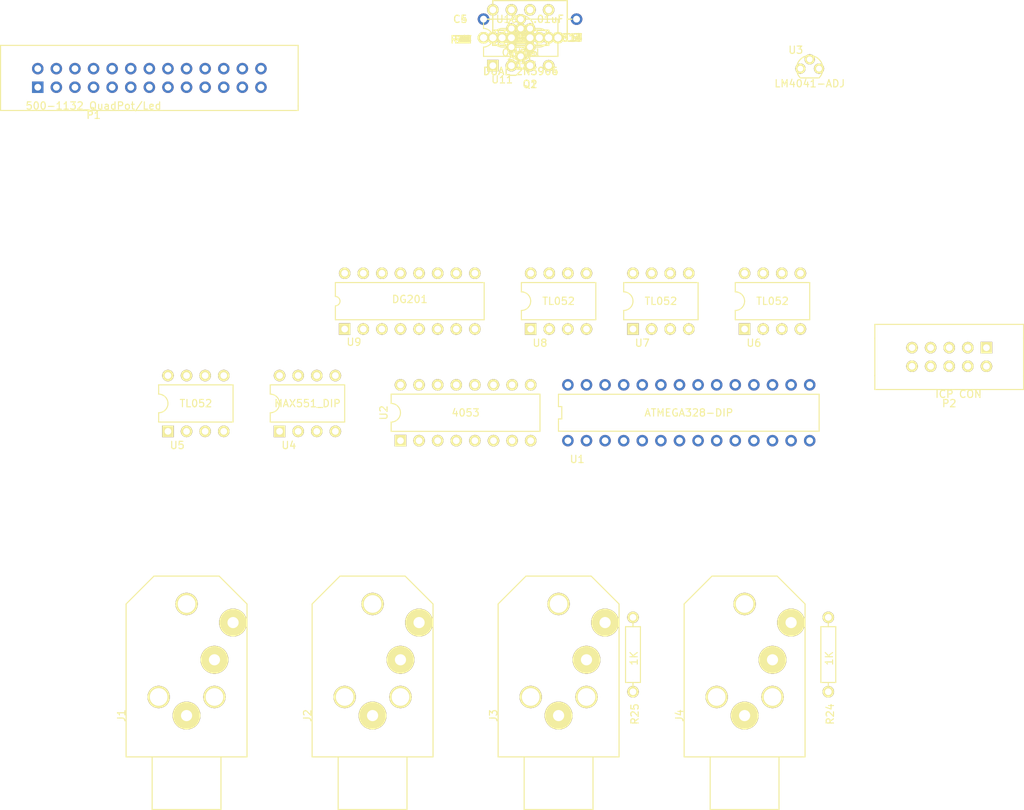
<source format=kicad_pcb>
(kicad_pcb (version 20171130) (host pcbnew "(5.0.2)-1")

  (general
    (thickness 1.6)
    (drawings 0)
    (tracks 0)
    (zones 0)
    (modules 67)
    (nets 60)
  )

  (page A4)
  (layers
    (0 F.Cu signal)
    (31 B.Cu signal)
    (32 B.Adhes user)
    (33 F.Adhes user)
    (34 B.Paste user)
    (35 F.Paste user)
    (36 B.SilkS user)
    (37 F.SilkS user)
    (38 B.Mask user)
    (39 F.Mask user)
    (40 Dwgs.User user)
    (41 Cmts.User user)
    (42 Eco1.User user)
    (43 Eco2.User user)
    (44 Edge.Cuts user)
    (45 Margin user)
    (46 B.CrtYd user)
    (47 F.CrtYd user)
    (48 B.Fab user)
    (49 F.Fab user)
  )

  (setup
    (last_trace_width 0.25)
    (trace_clearance 0.2)
    (zone_clearance 0.508)
    (zone_45_only no)
    (trace_min 0.2)
    (segment_width 0.2)
    (edge_width 0.15)
    (via_size 0.6)
    (via_drill 0.4)
    (via_min_size 0.4)
    (via_min_drill 0.3)
    (uvia_size 0.3)
    (uvia_drill 0.1)
    (uvias_allowed no)
    (uvia_min_size 0.2)
    (uvia_min_drill 0.1)
    (pcb_text_width 0.3)
    (pcb_text_size 1.5 1.5)
    (mod_edge_width 0.15)
    (mod_text_size 1 1)
    (mod_text_width 0.15)
    (pad_size 1.524 1.524)
    (pad_drill 0.762)
    (pad_to_mask_clearance 0.2)
    (solder_mask_min_width 0.25)
    (aux_axis_origin 0 0)
    (visible_elements 7FFFFFFF)
    (pcbplotparams
      (layerselection 0x00030_80000001)
      (usegerberextensions false)
      (usegerberattributes false)
      (usegerberadvancedattributes false)
      (creategerberjobfile false)
      (excludeedgelayer true)
      (linewidth 0.100000)
      (plotframeref false)
      (viasonmask false)
      (mode 1)
      (useauxorigin false)
      (hpglpennumber 1)
      (hpglpenspeed 20)
      (hpglpendiameter 15.000000)
      (psnegative false)
      (psa4output false)
      (plotreference true)
      (plotvalue true)
      (plotinvisibletext false)
      (padsonsilk false)
      (subtractmaskfromsilk false)
      (outputformat 1)
      (mirror false)
      (drillshape 1)
      (scaleselection 1)
      (outputdirectory ""))
  )

  (net 0 "")
  (net 1 "Net-(C1-Pad1)")
  (net 2 GND)
  (net 3 "Net-(C2-Pad1)")
  (net 4 "Net-(C3-Pad1)")
  (net 5 "Net-(C3-Pad2)")
  (net 6 "Net-(C4-Pad1)")
  (net 7 "Net-(C5-Pad1)")
  (net 8 "Net-(C6-Pad1)")
  (net 9 "Net-(C6-Pad2)")
  (net 10 +15V0)
  (net 11 -15V0)
  (net 12 VCC)
  (net 13 /GATE)
  (net 14 "Net-(D3-Pad1)")
  (net 15 "Net-(D3-Pad2)")
  (net 16 "Net-(D4-Pad1)")
  (net 17 /DONE)
  (net 18 "Net-(J1-Pad3)")
  (net 19 "Net-(J2-Pad3)")
  (net 20 /ATTACK)
  (net 21 /DECAY)
  (net 22 /SUSTAIN)
  (net 23 /RELEASE)
  (net 24 "Net-(P1-Pad18)")
  (net 25 "Net-(P1-Pad20)")
  (net 26 "Net-(P1-Pad22)")
  (net 27 "Net-(P1-Pad24)")
  (net 28 "Net-(P2-Pad1)")
  (net 29 /RST)
  (net 30 "Net-(P2-Pad7)")
  (net 31 "Net-(P2-Pad9)")
  (net 32 "Net-(Q1-Pad2)")
  (net 33 "Net-(Q1-Pad1)")
  (net 34 "Net-(Q1-Pad5)")
  (net 35 /LED0)
  (net 36 /LED1)
  (net 37 /LED2)
  (net 38 /LED3)
  (net 39 "Net-(R6-Pad2)")
  (net 40 "Net-(R7-Pad2)")
  (net 41 "Net-(R12-Pad1)")
  (net 42 "Net-(R10-Pad1)")
  (net 43 "Net-(R10-Pad2)")
  (net 44 "Net-(R12-Pad2)")
  (net 45 "Net-(R13-Pad2)")
  (net 46 "Net-(R14-Pad2)")
  (net 47 "Net-(R22-Pad2)")
  (net 48 /SCK)
  (net 49 /MISO)
  (net 50 /MOSI)
  (net 51 /SH1)
  (net 52 /SH0)
  (net 53 "Net-(U2-Pad3)")
  (net 54 "Net-(U2-Pad13)")
  (net 55 "Net-(U4-Pad1)")
  (net 56 "Net-(U4-Pad8)")
  (net 57 "Net-(J3-Pad3)")
  (net 58 "Net-(J4-Pad3)")
  (net 59 /LD_DAC)

  (net_class Default "This is the default net class."
    (clearance 0.2)
    (trace_width 0.25)
    (via_dia 0.6)
    (via_drill 0.4)
    (uvia_dia 0.3)
    (uvia_drill 0.1)
    (add_net +15V0)
    (add_net -15V0)
    (add_net /ATTACK)
    (add_net /DECAY)
    (add_net /DONE)
    (add_net /GATE)
    (add_net /LD_DAC)
    (add_net /LED0)
    (add_net /LED1)
    (add_net /LED2)
    (add_net /LED3)
    (add_net /MISO)
    (add_net /MOSI)
    (add_net /RELEASE)
    (add_net /RST)
    (add_net /SCK)
    (add_net /SH0)
    (add_net /SH1)
    (add_net /SUSTAIN)
    (add_net GND)
    (add_net "Net-(C1-Pad1)")
    (add_net "Net-(C2-Pad1)")
    (add_net "Net-(C3-Pad1)")
    (add_net "Net-(C3-Pad2)")
    (add_net "Net-(C4-Pad1)")
    (add_net "Net-(C5-Pad1)")
    (add_net "Net-(C6-Pad1)")
    (add_net "Net-(C6-Pad2)")
    (add_net "Net-(D3-Pad1)")
    (add_net "Net-(D3-Pad2)")
    (add_net "Net-(D4-Pad1)")
    (add_net "Net-(J1-Pad3)")
    (add_net "Net-(J2-Pad3)")
    (add_net "Net-(J3-Pad3)")
    (add_net "Net-(J4-Pad3)")
    (add_net "Net-(P1-Pad18)")
    (add_net "Net-(P1-Pad20)")
    (add_net "Net-(P1-Pad22)")
    (add_net "Net-(P1-Pad24)")
    (add_net "Net-(P2-Pad1)")
    (add_net "Net-(P2-Pad7)")
    (add_net "Net-(P2-Pad9)")
    (add_net "Net-(Q1-Pad1)")
    (add_net "Net-(Q1-Pad2)")
    (add_net "Net-(Q1-Pad5)")
    (add_net "Net-(R10-Pad1)")
    (add_net "Net-(R10-Pad2)")
    (add_net "Net-(R12-Pad1)")
    (add_net "Net-(R12-Pad2)")
    (add_net "Net-(R13-Pad2)")
    (add_net "Net-(R14-Pad2)")
    (add_net "Net-(R22-Pad2)")
    (add_net "Net-(R6-Pad2)")
    (add_net "Net-(R7-Pad2)")
    (add_net "Net-(U2-Pad13)")
    (add_net "Net-(U2-Pad3)")
    (add_net "Net-(U4-Pad1)")
    (add_net "Net-(U4-Pad8)")
    (add_net VCC)
  )

  (module FootPrints:CAP-0.1 (layer F.Cu) (tedit 56D66FB6) (tstamp 5B3FF0B4)
    (at 135.8011 30.0736)
    (path /5B3E8D97)
    (fp_text reference C1 (at 0 3.81) (layer F.SilkS)
      (effects (font (size 1 1) (thickness 0.15)))
    )
    (fp_text value 27pF (at 0 2.54) (layer F.SilkS)
      (effects (font (size 1 1) (thickness 0.15)))
    )
    (fp_arc (start 1.27 0) (end 2.54 0) (angle 90) (layer F.SilkS) (width 0.15))
    (fp_arc (start 1.27 0) (end 1.27 -1.27) (angle 90) (layer F.SilkS) (width 0.15))
    (fp_arc (start -1.27 0) (end -2.54 0) (angle 90) (layer F.SilkS) (width 0.15))
    (fp_arc (start -1.27 0) (end -1.27 1.27) (angle 90) (layer F.SilkS) (width 0.15))
    (fp_line (start 1.27 1.27) (end -1.27 1.27) (layer F.SilkS) (width 0.15))
    (fp_line (start -1.27 -1.27) (end 1.27 -1.27) (layer F.SilkS) (width 0.15))
    (pad 1 thru_hole circle (at -1.27 0) (size 1.5748 1.5748) (drill 0.9144) (layers *.Cu *.Mask F.SilkS)
      (net 1 "Net-(C1-Pad1)"))
    (pad 2 thru_hole circle (at 1.27 0) (size 1.5748 1.5748) (drill 0.9144) (layers *.Cu *.Mask F.SilkS)
      (net 2 GND))
  )

  (module FootPrints:CAP-0.1 (layer F.Cu) (tedit 56D66FB6) (tstamp 5B3FF0BA)
    (at 135.8011 30.0736)
    (path /5B3E8EAC)
    (fp_text reference C2 (at 0 3.81) (layer F.SilkS)
      (effects (font (size 1 1) (thickness 0.15)))
    )
    (fp_text value 27pF (at 0 2.54) (layer F.SilkS)
      (effects (font (size 1 1) (thickness 0.15)))
    )
    (fp_arc (start 1.27 0) (end 2.54 0) (angle 90) (layer F.SilkS) (width 0.15))
    (fp_arc (start 1.27 0) (end 1.27 -1.27) (angle 90) (layer F.SilkS) (width 0.15))
    (fp_arc (start -1.27 0) (end -2.54 0) (angle 90) (layer F.SilkS) (width 0.15))
    (fp_arc (start -1.27 0) (end -1.27 1.27) (angle 90) (layer F.SilkS) (width 0.15))
    (fp_line (start 1.27 1.27) (end -1.27 1.27) (layer F.SilkS) (width 0.15))
    (fp_line (start -1.27 -1.27) (end 1.27 -1.27) (layer F.SilkS) (width 0.15))
    (pad 1 thru_hole circle (at -1.27 0) (size 1.5748 1.5748) (drill 0.9144) (layers *.Cu *.Mask F.SilkS)
      (net 3 "Net-(C2-Pad1)"))
    (pad 2 thru_hole circle (at 1.27 0) (size 1.5748 1.5748) (drill 0.9144) (layers *.Cu *.Mask F.SilkS)
      (net 2 GND))
  )

  (module FootPrints:CAP-GREENIE-0.2 (layer F.Cu) (tedit 56E50A14) (tstamp 5B3FF0C0)
    (at 135.8011 30.0736)
    (path /5B3D8FF6)
    (fp_text reference C3 (at 5.588 0) (layer F.SilkS)
      (effects (font (size 1 1) (thickness 0.15)))
    )
    (fp_text value Cap (at 0.254 1.524) (layer F.SilkS)
      (effects (font (size 1 1) (thickness 0.15)))
    )
    (fp_arc (start 1.27 0.508) (end 1.524 0.508) (angle 90) (layer F.SilkS) (width 0.15))
    (fp_arc (start -1.27 0.508) (end -1.27 0.762) (angle 90) (layer F.SilkS) (width 0.15))
    (fp_arc (start -1.27 -0.508) (end -1.524 -0.508) (angle 90) (layer F.SilkS) (width 0.15))
    (fp_arc (start 1.27 -0.508) (end 1.27 -0.762) (angle 90) (layer F.SilkS) (width 0.15))
    (fp_line (start 1.27 -0.762) (end -1.27 -0.762) (layer F.SilkS) (width 0.15))
    (fp_line (start -1.27 0.762) (end 1.27 0.762) (layer F.SilkS) (width 0.15))
    (fp_line (start -1.524 -0.508) (end -1.524 0.508) (layer F.SilkS) (width 0.15))
    (fp_line (start 1.524 0) (end 1.524 0.508) (layer F.SilkS) (width 0.15))
    (fp_line (start 1.524 0) (end 1.524 -0.508) (layer F.SilkS) (width 0.15))
    (pad 1 thru_hole circle (at -2.54 0) (size 1.5748 1.5748) (drill 0.9144) (layers *.Cu *.Mask F.SilkS)
      (net 4 "Net-(C3-Pad1)"))
    (pad 2 thru_hole circle (at 2.54 0) (size 1.5748 1.5748) (drill 0.9144) (layers *.Cu *.Mask F.SilkS)
      (net 5 "Net-(C3-Pad2)"))
  )

  (module FootPrints:CAP-AXIAL-0.5x0.2 (layer F.Cu) (tedit 58BF5972) (tstamp 5B3FF0C6)
    (at 135.8011 30.0736)
    (path /5B3D7784)
    (fp_text reference C4 (at -8.255 -2.54) (layer F.SilkS)
      (effects (font (size 1 1) (thickness 0.15)))
    )
    (fp_text value .01uF (at 3.81 -2.54) (layer F.SilkS)
      (effects (font (size 1 1) (thickness 0.15)))
    )
    (fp_line (start 6.35 -5.08) (end -3.81 -5.08) (layer F.SilkS) (width 0.15))
    (fp_line (start -3.81 -5.08) (end -3.81 0) (layer F.SilkS) (width 0.15))
    (fp_line (start -3.81 0) (end 6.35 0) (layer F.SilkS) (width 0.15))
    (fp_line (start 6.35 0) (end 6.35 -5.08) (layer F.SilkS) (width 0.15))
    (fp_line (start 6.35 -2.54) (end 6.985 -2.54) (layer F.SilkS) (width 0.15))
    (fp_line (start -3.81 -2.54) (end -4.445 -2.54) (layer F.SilkS) (width 0.15))
    (pad 1 thru_hole circle (at -5.08 -2.54) (size 1.5748 1.5748) (drill 0.9144) (layers *.Cu *.Mask)
      (net 6 "Net-(C4-Pad1)"))
    (pad 2 thru_hole circle (at 7.62 -2.54) (size 1.5748 1.5748) (drill 0.9144) (layers *.Cu *.Mask)
      (net 2 GND))
  )

  (module FootPrints:CAP-AXIAL-0.5x0.2 (layer F.Cu) (tedit 58BF5972) (tstamp 5B3FF0CC)
    (at 135.8011 30.0736)
    (path /5B3D7AB3)
    (fp_text reference C5 (at -8.255 -2.54) (layer F.SilkS)
      (effects (font (size 1 1) (thickness 0.15)))
    )
    (fp_text value .01uF (at 3.81 -2.54) (layer F.SilkS)
      (effects (font (size 1 1) (thickness 0.15)))
    )
    (fp_line (start 6.35 -5.08) (end -3.81 -5.08) (layer F.SilkS) (width 0.15))
    (fp_line (start -3.81 -5.08) (end -3.81 0) (layer F.SilkS) (width 0.15))
    (fp_line (start -3.81 0) (end 6.35 0) (layer F.SilkS) (width 0.15))
    (fp_line (start 6.35 0) (end 6.35 -5.08) (layer F.SilkS) (width 0.15))
    (fp_line (start 6.35 -2.54) (end 6.985 -2.54) (layer F.SilkS) (width 0.15))
    (fp_line (start -3.81 -2.54) (end -4.445 -2.54) (layer F.SilkS) (width 0.15))
    (pad 1 thru_hole circle (at -5.08 -2.54) (size 1.5748 1.5748) (drill 0.9144) (layers *.Cu *.Mask)
      (net 7 "Net-(C5-Pad1)"))
    (pad 2 thru_hole circle (at 7.62 -2.54) (size 1.5748 1.5748) (drill 0.9144) (layers *.Cu *.Mask)
      (net 2 GND))
  )

  (module FootPrints:CAP-GREENIE-0.2 (layer F.Cu) (tedit 56E50A14) (tstamp 5B3FF0D2)
    (at 135.8011 30.0736)
    (path /5B3D9645)
    (fp_text reference C6 (at 5.588 0) (layer F.SilkS)
      (effects (font (size 1 1) (thickness 0.15)))
    )
    (fp_text value Cap (at 0.254 1.524) (layer F.SilkS)
      (effects (font (size 1 1) (thickness 0.15)))
    )
    (fp_arc (start 1.27 0.508) (end 1.524 0.508) (angle 90) (layer F.SilkS) (width 0.15))
    (fp_arc (start -1.27 0.508) (end -1.27 0.762) (angle 90) (layer F.SilkS) (width 0.15))
    (fp_arc (start -1.27 -0.508) (end -1.524 -0.508) (angle 90) (layer F.SilkS) (width 0.15))
    (fp_arc (start 1.27 -0.508) (end 1.27 -0.762) (angle 90) (layer F.SilkS) (width 0.15))
    (fp_line (start 1.27 -0.762) (end -1.27 -0.762) (layer F.SilkS) (width 0.15))
    (fp_line (start -1.27 0.762) (end 1.27 0.762) (layer F.SilkS) (width 0.15))
    (fp_line (start -1.524 -0.508) (end -1.524 0.508) (layer F.SilkS) (width 0.15))
    (fp_line (start 1.524 0) (end 1.524 0.508) (layer F.SilkS) (width 0.15))
    (fp_line (start 1.524 0) (end 1.524 -0.508) (layer F.SilkS) (width 0.15))
    (pad 1 thru_hole circle (at -2.54 0) (size 1.5748 1.5748) (drill 0.9144) (layers *.Cu *.Mask F.SilkS)
      (net 8 "Net-(C6-Pad1)"))
    (pad 2 thru_hole circle (at 2.54 0) (size 1.5748 1.5748) (drill 0.9144) (layers *.Cu *.Mask F.SilkS)
      (net 9 "Net-(C6-Pad2)"))
  )

  (module FootPrints:CAP-Bypass-0.3 (layer F.Cu) (tedit 56B42E37) (tstamp 5B3FF0D8)
    (at 135.8011 30.0736)
    (path /5B3F5836)
    (fp_text reference C7 (at 6.985 0) (layer F.SilkS)
      (effects (font (size 1 1) (thickness 0.15)))
    )
    (fp_text value 0.1uF (at 0 3.81) (layer F.SilkS)
      (effects (font (size 1 1) (thickness 0.15)))
    )
    (fp_arc (start 0.635 0) (end 1.27 0) (angle 90) (layer F.SilkS) (width 0.15))
    (fp_arc (start 0.635 0) (end 0.635 -0.635) (angle 90) (layer F.SilkS) (width 0.15))
    (fp_arc (start -0.635 0) (end -0.635 0.635) (angle 90) (layer F.SilkS) (width 0.15))
    (fp_arc (start -0.635 0) (end -1.27 0) (angle 90) (layer F.SilkS) (width 0.15))
    (fp_line (start -0.635 0.635) (end 0.635 0.635) (layer F.SilkS) (width 0.15))
    (fp_line (start -0.635 -0.635) (end 0.635 -0.635) (layer F.SilkS) (width 0.15))
    (fp_line (start 2.54 0) (end 1.27 0) (layer F.SilkS) (width 0.15))
    (fp_line (start -2.54 0) (end -1.27 0) (layer F.SilkS) (width 0.15))
    (pad 1 thru_hole circle (at -3.81 0) (size 1.5748 1.5748) (drill 0.9144) (layers *.Cu *.Mask F.SilkS)
      (net 10 +15V0))
    (pad 2 thru_hole circle (at 3.81 0) (size 1.5748 1.5748) (drill 0.9144) (layers *.Cu *.Mask F.SilkS)
      (net 2 GND))
  )

  (module FootPrints:CAP-Bypass-0.3 (layer F.Cu) (tedit 56B42E37) (tstamp 5B3FF0DE)
    (at 135.8011 30.0736)
    (path /5B3F5901)
    (fp_text reference C8 (at 6.985 0) (layer F.SilkS)
      (effects (font (size 1 1) (thickness 0.15)))
    )
    (fp_text value 0.1uF (at 0 3.81) (layer F.SilkS)
      (effects (font (size 1 1) (thickness 0.15)))
    )
    (fp_arc (start 0.635 0) (end 1.27 0) (angle 90) (layer F.SilkS) (width 0.15))
    (fp_arc (start 0.635 0) (end 0.635 -0.635) (angle 90) (layer F.SilkS) (width 0.15))
    (fp_arc (start -0.635 0) (end -0.635 0.635) (angle 90) (layer F.SilkS) (width 0.15))
    (fp_arc (start -0.635 0) (end -1.27 0) (angle 90) (layer F.SilkS) (width 0.15))
    (fp_line (start -0.635 0.635) (end 0.635 0.635) (layer F.SilkS) (width 0.15))
    (fp_line (start -0.635 -0.635) (end 0.635 -0.635) (layer F.SilkS) (width 0.15))
    (fp_line (start 2.54 0) (end 1.27 0) (layer F.SilkS) (width 0.15))
    (fp_line (start -2.54 0) (end -1.27 0) (layer F.SilkS) (width 0.15))
    (pad 1 thru_hole circle (at -3.81 0) (size 1.5748 1.5748) (drill 0.9144) (layers *.Cu *.Mask F.SilkS)
      (net 10 +15V0))
    (pad 2 thru_hole circle (at 3.81 0) (size 1.5748 1.5748) (drill 0.9144) (layers *.Cu *.Mask F.SilkS)
      (net 2 GND))
  )

  (module FootPrints:CAP-Bypass-0.3 (layer F.Cu) (tedit 56B42E37) (tstamp 5B3FF0E4)
    (at 135.8011 30.0736)
    (path /5B3F583C)
    (fp_text reference C9 (at 6.985 0) (layer F.SilkS)
      (effects (font (size 1 1) (thickness 0.15)))
    )
    (fp_text value 0.1uF (at 0 3.81) (layer F.SilkS)
      (effects (font (size 1 1) (thickness 0.15)))
    )
    (fp_arc (start 0.635 0) (end 1.27 0) (angle 90) (layer F.SilkS) (width 0.15))
    (fp_arc (start 0.635 0) (end 0.635 -0.635) (angle 90) (layer F.SilkS) (width 0.15))
    (fp_arc (start -0.635 0) (end -0.635 0.635) (angle 90) (layer F.SilkS) (width 0.15))
    (fp_arc (start -0.635 0) (end -1.27 0) (angle 90) (layer F.SilkS) (width 0.15))
    (fp_line (start -0.635 0.635) (end 0.635 0.635) (layer F.SilkS) (width 0.15))
    (fp_line (start -0.635 -0.635) (end 0.635 -0.635) (layer F.SilkS) (width 0.15))
    (fp_line (start 2.54 0) (end 1.27 0) (layer F.SilkS) (width 0.15))
    (fp_line (start -2.54 0) (end -1.27 0) (layer F.SilkS) (width 0.15))
    (pad 1 thru_hole circle (at -3.81 0) (size 1.5748 1.5748) (drill 0.9144) (layers *.Cu *.Mask F.SilkS)
      (net 11 -15V0))
    (pad 2 thru_hole circle (at 3.81 0) (size 1.5748 1.5748) (drill 0.9144) (layers *.Cu *.Mask F.SilkS)
      (net 2 GND))
  )

  (module FootPrints:CAP-Bypass-0.3 (layer F.Cu) (tedit 56B42E37) (tstamp 5B3FF0EA)
    (at 135.8011 30.0736)
    (path /5B3F4792)
    (fp_text reference C10 (at 6.985 0) (layer F.SilkS)
      (effects (font (size 1 1) (thickness 0.15)))
    )
    (fp_text value 0.1uF (at 0 3.81) (layer F.SilkS)
      (effects (font (size 1 1) (thickness 0.15)))
    )
    (fp_arc (start 0.635 0) (end 1.27 0) (angle 90) (layer F.SilkS) (width 0.15))
    (fp_arc (start 0.635 0) (end 0.635 -0.635) (angle 90) (layer F.SilkS) (width 0.15))
    (fp_arc (start -0.635 0) (end -0.635 0.635) (angle 90) (layer F.SilkS) (width 0.15))
    (fp_arc (start -0.635 0) (end -1.27 0) (angle 90) (layer F.SilkS) (width 0.15))
    (fp_line (start -0.635 0.635) (end 0.635 0.635) (layer F.SilkS) (width 0.15))
    (fp_line (start -0.635 -0.635) (end 0.635 -0.635) (layer F.SilkS) (width 0.15))
    (fp_line (start 2.54 0) (end 1.27 0) (layer F.SilkS) (width 0.15))
    (fp_line (start -2.54 0) (end -1.27 0) (layer F.SilkS) (width 0.15))
    (pad 1 thru_hole circle (at -3.81 0) (size 1.5748 1.5748) (drill 0.9144) (layers *.Cu *.Mask F.SilkS)
      (net 10 +15V0))
    (pad 2 thru_hole circle (at 3.81 0) (size 1.5748 1.5748) (drill 0.9144) (layers *.Cu *.Mask F.SilkS)
      (net 2 GND))
  )

  (module FootPrints:CAP-Bypass-0.3 (layer F.Cu) (tedit 56B42E37) (tstamp 5B3FF0F0)
    (at 135.8011 30.0736)
    (path /5B3F56BA)
    (fp_text reference C11 (at 6.985 0) (layer F.SilkS)
      (effects (font (size 1 1) (thickness 0.15)))
    )
    (fp_text value 0.1uF (at 0 3.81) (layer F.SilkS)
      (effects (font (size 1 1) (thickness 0.15)))
    )
    (fp_arc (start 0.635 0) (end 1.27 0) (angle 90) (layer F.SilkS) (width 0.15))
    (fp_arc (start 0.635 0) (end 0.635 -0.635) (angle 90) (layer F.SilkS) (width 0.15))
    (fp_arc (start -0.635 0) (end -0.635 0.635) (angle 90) (layer F.SilkS) (width 0.15))
    (fp_arc (start -0.635 0) (end -1.27 0) (angle 90) (layer F.SilkS) (width 0.15))
    (fp_line (start -0.635 0.635) (end 0.635 0.635) (layer F.SilkS) (width 0.15))
    (fp_line (start -0.635 -0.635) (end 0.635 -0.635) (layer F.SilkS) (width 0.15))
    (fp_line (start 2.54 0) (end 1.27 0) (layer F.SilkS) (width 0.15))
    (fp_line (start -2.54 0) (end -1.27 0) (layer F.SilkS) (width 0.15))
    (pad 1 thru_hole circle (at -3.81 0) (size 1.5748 1.5748) (drill 0.9144) (layers *.Cu *.Mask F.SilkS)
      (net 10 +15V0))
    (pad 2 thru_hole circle (at 3.81 0) (size 1.5748 1.5748) (drill 0.9144) (layers *.Cu *.Mask F.SilkS)
      (net 2 GND))
  )

  (module FootPrints:CAP-Bypass-0.3 (layer F.Cu) (tedit 56B42E37) (tstamp 5B3FF0F6)
    (at 135.8011 30.0736)
    (path /5B3F5907)
    (fp_text reference C12 (at 6.985 0) (layer F.SilkS)
      (effects (font (size 1 1) (thickness 0.15)))
    )
    (fp_text value 0.1uF (at 0 3.81) (layer F.SilkS)
      (effects (font (size 1 1) (thickness 0.15)))
    )
    (fp_arc (start 0.635 0) (end 1.27 0) (angle 90) (layer F.SilkS) (width 0.15))
    (fp_arc (start 0.635 0) (end 0.635 -0.635) (angle 90) (layer F.SilkS) (width 0.15))
    (fp_arc (start -0.635 0) (end -0.635 0.635) (angle 90) (layer F.SilkS) (width 0.15))
    (fp_arc (start -0.635 0) (end -1.27 0) (angle 90) (layer F.SilkS) (width 0.15))
    (fp_line (start -0.635 0.635) (end 0.635 0.635) (layer F.SilkS) (width 0.15))
    (fp_line (start -0.635 -0.635) (end 0.635 -0.635) (layer F.SilkS) (width 0.15))
    (fp_line (start 2.54 0) (end 1.27 0) (layer F.SilkS) (width 0.15))
    (fp_line (start -2.54 0) (end -1.27 0) (layer F.SilkS) (width 0.15))
    (pad 1 thru_hole circle (at -3.81 0) (size 1.5748 1.5748) (drill 0.9144) (layers *.Cu *.Mask F.SilkS)
      (net 11 -15V0))
    (pad 2 thru_hole circle (at 3.81 0) (size 1.5748 1.5748) (drill 0.9144) (layers *.Cu *.Mask F.SilkS)
      (net 2 GND))
  )

  (module FootPrints:CAP-Bypass-0.3 (layer F.Cu) (tedit 56B42E37) (tstamp 5B3FF0FC)
    (at 135.8011 30.0736)
    (path /5B3F48E8)
    (fp_text reference C13 (at 6.985 0) (layer F.SilkS)
      (effects (font (size 1 1) (thickness 0.15)))
    )
    (fp_text value 0.1uF (at 0 3.81) (layer F.SilkS)
      (effects (font (size 1 1) (thickness 0.15)))
    )
    (fp_arc (start 0.635 0) (end 1.27 0) (angle 90) (layer F.SilkS) (width 0.15))
    (fp_arc (start 0.635 0) (end 0.635 -0.635) (angle 90) (layer F.SilkS) (width 0.15))
    (fp_arc (start -0.635 0) (end -0.635 0.635) (angle 90) (layer F.SilkS) (width 0.15))
    (fp_arc (start -0.635 0) (end -1.27 0) (angle 90) (layer F.SilkS) (width 0.15))
    (fp_line (start -0.635 0.635) (end 0.635 0.635) (layer F.SilkS) (width 0.15))
    (fp_line (start -0.635 -0.635) (end 0.635 -0.635) (layer F.SilkS) (width 0.15))
    (fp_line (start 2.54 0) (end 1.27 0) (layer F.SilkS) (width 0.15))
    (fp_line (start -2.54 0) (end -1.27 0) (layer F.SilkS) (width 0.15))
    (pad 1 thru_hole circle (at -3.81 0) (size 1.5748 1.5748) (drill 0.9144) (layers *.Cu *.Mask F.SilkS)
      (net 11 -15V0))
    (pad 2 thru_hole circle (at 3.81 0) (size 1.5748 1.5748) (drill 0.9144) (layers *.Cu *.Mask F.SilkS)
      (net 2 GND))
  )

  (module FootPrints:CAP-Bypass-0.3 (layer F.Cu) (tedit 56B42E37) (tstamp 5B3FF102)
    (at 135.8011 30.0736)
    (path /5B3F56C0)
    (fp_text reference C14 (at 6.985 0) (layer F.SilkS)
      (effects (font (size 1 1) (thickness 0.15)))
    )
    (fp_text value 0.1uF (at 0 3.81) (layer F.SilkS)
      (effects (font (size 1 1) (thickness 0.15)))
    )
    (fp_arc (start 0.635 0) (end 1.27 0) (angle 90) (layer F.SilkS) (width 0.15))
    (fp_arc (start 0.635 0) (end 0.635 -0.635) (angle 90) (layer F.SilkS) (width 0.15))
    (fp_arc (start -0.635 0) (end -0.635 0.635) (angle 90) (layer F.SilkS) (width 0.15))
    (fp_arc (start -0.635 0) (end -1.27 0) (angle 90) (layer F.SilkS) (width 0.15))
    (fp_line (start -0.635 0.635) (end 0.635 0.635) (layer F.SilkS) (width 0.15))
    (fp_line (start -0.635 -0.635) (end 0.635 -0.635) (layer F.SilkS) (width 0.15))
    (fp_line (start 2.54 0) (end 1.27 0) (layer F.SilkS) (width 0.15))
    (fp_line (start -2.54 0) (end -1.27 0) (layer F.SilkS) (width 0.15))
    (pad 1 thru_hole circle (at -3.81 0) (size 1.5748 1.5748) (drill 0.9144) (layers *.Cu *.Mask F.SilkS)
      (net 11 -15V0))
    (pad 2 thru_hole circle (at 3.81 0) (size 1.5748 1.5748) (drill 0.9144) (layers *.Cu *.Mask F.SilkS)
      (net 2 GND))
  )

  (module FootPrints:CAP-Bypass-0.3 (layer F.Cu) (tedit 56B42E37) (tstamp 5B3FF108)
    (at 135.8011 30.0736)
    (path /5B3F66F1)
    (fp_text reference C15 (at 6.985 0) (layer F.SilkS)
      (effects (font (size 1 1) (thickness 0.15)))
    )
    (fp_text value 0.1uF (at 0 3.81) (layer F.SilkS)
      (effects (font (size 1 1) (thickness 0.15)))
    )
    (fp_arc (start 0.635 0) (end 1.27 0) (angle 90) (layer F.SilkS) (width 0.15))
    (fp_arc (start 0.635 0) (end 0.635 -0.635) (angle 90) (layer F.SilkS) (width 0.15))
    (fp_arc (start -0.635 0) (end -0.635 0.635) (angle 90) (layer F.SilkS) (width 0.15))
    (fp_arc (start -0.635 0) (end -1.27 0) (angle 90) (layer F.SilkS) (width 0.15))
    (fp_line (start -0.635 0.635) (end 0.635 0.635) (layer F.SilkS) (width 0.15))
    (fp_line (start -0.635 -0.635) (end 0.635 -0.635) (layer F.SilkS) (width 0.15))
    (fp_line (start 2.54 0) (end 1.27 0) (layer F.SilkS) (width 0.15))
    (fp_line (start -2.54 0) (end -1.27 0) (layer F.SilkS) (width 0.15))
    (pad 1 thru_hole circle (at -3.81 0) (size 1.5748 1.5748) (drill 0.9144) (layers *.Cu *.Mask F.SilkS)
      (net 10 +15V0))
    (pad 2 thru_hole circle (at 3.81 0) (size 1.5748 1.5748) (drill 0.9144) (layers *.Cu *.Mask F.SilkS)
      (net 2 GND))
  )

  (module FootPrints:CAP-Bypass-0.3 (layer F.Cu) (tedit 56B42E37) (tstamp 5B3FF10E)
    (at 135.8011 30.0736)
    (path /5B3F66F7)
    (fp_text reference C16 (at 6.985 0) (layer F.SilkS)
      (effects (font (size 1 1) (thickness 0.15)))
    )
    (fp_text value 0.1uF (at 0 3.81) (layer F.SilkS)
      (effects (font (size 1 1) (thickness 0.15)))
    )
    (fp_arc (start 0.635 0) (end 1.27 0) (angle 90) (layer F.SilkS) (width 0.15))
    (fp_arc (start 0.635 0) (end 0.635 -0.635) (angle 90) (layer F.SilkS) (width 0.15))
    (fp_arc (start -0.635 0) (end -0.635 0.635) (angle 90) (layer F.SilkS) (width 0.15))
    (fp_arc (start -0.635 0) (end -1.27 0) (angle 90) (layer F.SilkS) (width 0.15))
    (fp_line (start -0.635 0.635) (end 0.635 0.635) (layer F.SilkS) (width 0.15))
    (fp_line (start -0.635 -0.635) (end 0.635 -0.635) (layer F.SilkS) (width 0.15))
    (fp_line (start 2.54 0) (end 1.27 0) (layer F.SilkS) (width 0.15))
    (fp_line (start -2.54 0) (end -1.27 0) (layer F.SilkS) (width 0.15))
    (pad 1 thru_hole circle (at -3.81 0) (size 1.5748 1.5748) (drill 0.9144) (layers *.Cu *.Mask F.SilkS)
      (net 11 -15V0))
    (pad 2 thru_hole circle (at 3.81 0) (size 1.5748 1.5748) (drill 0.9144) (layers *.Cu *.Mask F.SilkS)
      (net 2 GND))
  )

  (module FootPrints:CAP-Bypass-0.3 (layer F.Cu) (tedit 56B42E37) (tstamp 5B3FF114)
    (at 135.8011 30.0736)
    (path /5B3F777C)
    (fp_text reference C17 (at 6.985 0) (layer F.SilkS)
      (effects (font (size 1 1) (thickness 0.15)))
    )
    (fp_text value 0.1uF (at 0 3.81) (layer F.SilkS)
      (effects (font (size 1 1) (thickness 0.15)))
    )
    (fp_arc (start 0.635 0) (end 1.27 0) (angle 90) (layer F.SilkS) (width 0.15))
    (fp_arc (start 0.635 0) (end 0.635 -0.635) (angle 90) (layer F.SilkS) (width 0.15))
    (fp_arc (start -0.635 0) (end -0.635 0.635) (angle 90) (layer F.SilkS) (width 0.15))
    (fp_arc (start -0.635 0) (end -1.27 0) (angle 90) (layer F.SilkS) (width 0.15))
    (fp_line (start -0.635 0.635) (end 0.635 0.635) (layer F.SilkS) (width 0.15))
    (fp_line (start -0.635 -0.635) (end 0.635 -0.635) (layer F.SilkS) (width 0.15))
    (fp_line (start 2.54 0) (end 1.27 0) (layer F.SilkS) (width 0.15))
    (fp_line (start -2.54 0) (end -1.27 0) (layer F.SilkS) (width 0.15))
    (pad 1 thru_hole circle (at -3.81 0) (size 1.5748 1.5748) (drill 0.9144) (layers *.Cu *.Mask F.SilkS)
      (net 12 VCC))
    (pad 2 thru_hole circle (at 3.81 0) (size 1.5748 1.5748) (drill 0.9144) (layers *.Cu *.Mask F.SilkS)
      (net 2 GND))
  )

  (module FootPrints:DIODE0.4 (layer F.Cu) (tedit 56BA2633) (tstamp 5B3FF11A)
    (at 135.8011 30.0736)
    (path /5B3EDC89)
    (fp_text reference D1 (at -8.128 0.254) (layer F.SilkS)
      (effects (font (size 1 1) (thickness 0.15)))
    )
    (fp_text value D_ALT (at 0.254 0) (layer F.SilkS)
      (effects (font (size 1 1) (thickness 0.15)))
    )
    (fp_line (start -3.048 1.016) (end -3.048 -1.016) (layer F.SilkS) (width 0.15))
    (fp_line (start -3.81 -1.016) (end -3.81 1.016) (layer F.SilkS) (width 0.15))
    (fp_line (start 3.81 -1.016) (end 3.81 1.016) (layer F.SilkS) (width 0.15))
    (fp_line (start -3.81 0) (end -4.318 0) (layer F.SilkS) (width 0.15))
    (fp_line (start 4.445 0) (end 3.81 0) (layer F.SilkS) (width 0.15))
    (fp_line (start -3.81 1.016) (end 3.81 1.016) (layer F.SilkS) (width 0.15))
    (fp_line (start 3.81 -1.016) (end -3.81 -1.016) (layer F.SilkS) (width 0.15))
    (pad 1 thru_hole circle (at -5.08 0) (size 1.5748 1.5748) (drill 0.9144) (layers *.Cu *.Mask F.SilkS)
      (net 13 /GATE))
    (pad 2 thru_hole circle (at 5.08 0) (size 1.5748 1.5748) (drill 0.9144) (layers *.Cu *.Mask F.SilkS)
      (net 2 GND))
  )

  (module FootPrints:DIODE0.4 (layer F.Cu) (tedit 56BA2633) (tstamp 5B3FF120)
    (at 135.8011 30.0736)
    (path /5B3EDD61)
    (fp_text reference D2 (at -8.128 0.254) (layer F.SilkS)
      (effects (font (size 1 1) (thickness 0.15)))
    )
    (fp_text value D_ALT (at 0.254 0) (layer F.SilkS)
      (effects (font (size 1 1) (thickness 0.15)))
    )
    (fp_line (start -3.048 1.016) (end -3.048 -1.016) (layer F.SilkS) (width 0.15))
    (fp_line (start -3.81 -1.016) (end -3.81 1.016) (layer F.SilkS) (width 0.15))
    (fp_line (start 3.81 -1.016) (end 3.81 1.016) (layer F.SilkS) (width 0.15))
    (fp_line (start -3.81 0) (end -4.318 0) (layer F.SilkS) (width 0.15))
    (fp_line (start 4.445 0) (end 3.81 0) (layer F.SilkS) (width 0.15))
    (fp_line (start -3.81 1.016) (end 3.81 1.016) (layer F.SilkS) (width 0.15))
    (fp_line (start 3.81 -1.016) (end -3.81 -1.016) (layer F.SilkS) (width 0.15))
    (pad 1 thru_hole circle (at -5.08 0) (size 1.5748 1.5748) (drill 0.9144) (layers *.Cu *.Mask F.SilkS)
      (net 12 VCC))
    (pad 2 thru_hole circle (at 5.08 0) (size 1.5748 1.5748) (drill 0.9144) (layers *.Cu *.Mask F.SilkS)
      (net 13 /GATE))
  )

  (module FootPrints:DIODE0.4 (layer F.Cu) (tedit 56BA2633) (tstamp 5B3FF126)
    (at 135.8011 30.0736)
    (path /5B3EB0C9)
    (fp_text reference D3 (at -8.128 0.254) (layer F.SilkS)
      (effects (font (size 1 1) (thickness 0.15)))
    )
    (fp_text value D_ALT (at 0.254 0) (layer F.SilkS)
      (effects (font (size 1 1) (thickness 0.15)))
    )
    (fp_line (start -3.048 1.016) (end -3.048 -1.016) (layer F.SilkS) (width 0.15))
    (fp_line (start -3.81 -1.016) (end -3.81 1.016) (layer F.SilkS) (width 0.15))
    (fp_line (start 3.81 -1.016) (end 3.81 1.016) (layer F.SilkS) (width 0.15))
    (fp_line (start -3.81 0) (end -4.318 0) (layer F.SilkS) (width 0.15))
    (fp_line (start 4.445 0) (end 3.81 0) (layer F.SilkS) (width 0.15))
    (fp_line (start -3.81 1.016) (end 3.81 1.016) (layer F.SilkS) (width 0.15))
    (fp_line (start 3.81 -1.016) (end -3.81 -1.016) (layer F.SilkS) (width 0.15))
    (pad 1 thru_hole circle (at -5.08 0) (size 1.5748 1.5748) (drill 0.9144) (layers *.Cu *.Mask F.SilkS)
      (net 14 "Net-(D3-Pad1)"))
    (pad 2 thru_hole circle (at 5.08 0) (size 1.5748 1.5748) (drill 0.9144) (layers *.Cu *.Mask F.SilkS)
      (net 15 "Net-(D3-Pad2)"))
  )

  (module FootPrints:DIODE0.4 (layer F.Cu) (tedit 56BA2633) (tstamp 5B3FF12C)
    (at 135.8011 30.0736)
    (path /5B3EB17C)
    (fp_text reference D4 (at -8.128 0.254) (layer F.SilkS)
      (effects (font (size 1 1) (thickness 0.15)))
    )
    (fp_text value D_ALT (at 0.254 0) (layer F.SilkS)
      (effects (font (size 1 1) (thickness 0.15)))
    )
    (fp_line (start -3.048 1.016) (end -3.048 -1.016) (layer F.SilkS) (width 0.15))
    (fp_line (start -3.81 -1.016) (end -3.81 1.016) (layer F.SilkS) (width 0.15))
    (fp_line (start 3.81 -1.016) (end 3.81 1.016) (layer F.SilkS) (width 0.15))
    (fp_line (start -3.81 0) (end -4.318 0) (layer F.SilkS) (width 0.15))
    (fp_line (start 4.445 0) (end 3.81 0) (layer F.SilkS) (width 0.15))
    (fp_line (start -3.81 1.016) (end 3.81 1.016) (layer F.SilkS) (width 0.15))
    (fp_line (start 3.81 -1.016) (end -3.81 -1.016) (layer F.SilkS) (width 0.15))
    (pad 1 thru_hole circle (at -5.08 0) (size 1.5748 1.5748) (drill 0.9144) (layers *.Cu *.Mask F.SilkS)
      (net 16 "Net-(D4-Pad1)"))
    (pad 2 thru_hole circle (at 5.08 0) (size 1.5748 1.5748) (drill 0.9144) (layers *.Cu *.Mask F.SilkS)
      (net 15 "Net-(D3-Pad2)"))
  )

  (module FootPrints:DIODE0.4 (layer F.Cu) (tedit 56BA2633) (tstamp 5B3FF132)
    (at 135.8011 30.0736)
    (path /5B3EB618)
    (fp_text reference D5 (at -8.128 0.254) (layer F.SilkS)
      (effects (font (size 1 1) (thickness 0.15)))
    )
    (fp_text value D_ALT (at 0.254 0) (layer F.SilkS)
      (effects (font (size 1 1) (thickness 0.15)))
    )
    (fp_line (start -3.048 1.016) (end -3.048 -1.016) (layer F.SilkS) (width 0.15))
    (fp_line (start -3.81 -1.016) (end -3.81 1.016) (layer F.SilkS) (width 0.15))
    (fp_line (start 3.81 -1.016) (end 3.81 1.016) (layer F.SilkS) (width 0.15))
    (fp_line (start -3.81 0) (end -4.318 0) (layer F.SilkS) (width 0.15))
    (fp_line (start 4.445 0) (end 3.81 0) (layer F.SilkS) (width 0.15))
    (fp_line (start -3.81 1.016) (end 3.81 1.016) (layer F.SilkS) (width 0.15))
    (fp_line (start 3.81 -1.016) (end -3.81 -1.016) (layer F.SilkS) (width 0.15))
    (pad 1 thru_hole circle (at -5.08 0) (size 1.5748 1.5748) (drill 0.9144) (layers *.Cu *.Mask F.SilkS)
      (net 17 /DONE))
    (pad 2 thru_hole circle (at 5.08 0) (size 1.5748 1.5748) (drill 0.9144) (layers *.Cu *.Mask F.SilkS)
      (net 2 GND))
  )

  (module FootPrints:PHONE-SC112A (layer F.Cu) (tedit 56D52D2B) (tstamp 5B3FF13C)
    (at 90.17 128.27 270)
    (path /5B3ED998)
    (fp_text reference J1 (at -5.6388 8.89 270) (layer F.SilkS)
      (effects (font (size 1 1) (thickness 0.15)))
    )
    (fp_text value GATE (at -5.6388 10.16 270) (layer F.Fab)
      (effects (font (size 1 1) (thickness 0.15)))
    )
    (fp_line (start 0 -4.699) (end 7.1882 -4.699) (layer F.SilkS) (width 0.15))
    (fp_line (start 7.1882 -4.699) (end 7.1882 4.699) (layer F.SilkS) (width 0.15))
    (fp_line (start 7.1882 4.699) (end 0 4.699) (layer F.SilkS) (width 0.15))
    (fp_line (start -24.6888 4.445) (end -24.6888 -4.445) (layer F.SilkS) (width 0.15))
    (fp_line (start -24.6888 -4.445) (end -20.8788 -8.255) (layer F.SilkS) (width 0.15))
    (fp_line (start -20.8788 -8.255) (end 0 -8.255) (layer F.SilkS) (width 0.15))
    (fp_line (start 0 -8.255) (end 0 8.255) (layer F.SilkS) (width 0.15))
    (fp_line (start 0 8.255) (end -20.8788 8.255) (layer F.SilkS) (width 0.15))
    (fp_line (start -20.8788 8.255) (end -24.6888 4.445) (layer F.SilkS) (width 0.15))
    (pad 1 thru_hole circle (at -5.6388 0 270) (size 3.81 3.81) (drill 1.524) (layers *.Cu *.Mask F.SilkS)
      (net 2 GND))
    (pad "" thru_hole circle (at -8.1788 -3.81 270) (size 3.048 3.048) (drill 2.413) (layers *.Cu *.Mask F.SilkS))
    (pad 2 thru_hole circle (at -13.2588 -3.81 270) (size 3.81 3.81) (drill 1.524) (layers *.Cu *.Mask F.SilkS))
    (pad 3 thru_hole circle (at -18.3388 -6.35 270) (size 3.81 3.81) (drill 1.524) (layers *.Cu *.Mask F.SilkS)
      (net 18 "Net-(J1-Pad3)"))
    (pad "" thru_hole circle (at -20.8788 0 270) (size 3.048 3.048) (drill 2.413) (layers *.Cu *.Mask F.SilkS))
    (pad "" thru_hole circle (at -8.1788 3.81 270) (size 3.048 3.048) (drill 2.413) (layers *.Cu *.Mask F.SilkS))
  )

  (module FootPrints:PHONE-SC112A (layer F.Cu) (tedit 56D52D2B) (tstamp 5B3FF146)
    (at 115.57 128.27 270)
    (path /5B3EC768)
    (fp_text reference J2 (at -5.6388 8.89 270) (layer F.SilkS)
      (effects (font (size 1 1) (thickness 0.15)))
    )
    (fp_text value OUT (at -5.6388 10.16 270) (layer F.Fab)
      (effects (font (size 1 1) (thickness 0.15)))
    )
    (fp_line (start 0 -4.699) (end 7.1882 -4.699) (layer F.SilkS) (width 0.15))
    (fp_line (start 7.1882 -4.699) (end 7.1882 4.699) (layer F.SilkS) (width 0.15))
    (fp_line (start 7.1882 4.699) (end 0 4.699) (layer F.SilkS) (width 0.15))
    (fp_line (start -24.6888 4.445) (end -24.6888 -4.445) (layer F.SilkS) (width 0.15))
    (fp_line (start -24.6888 -4.445) (end -20.8788 -8.255) (layer F.SilkS) (width 0.15))
    (fp_line (start -20.8788 -8.255) (end 0 -8.255) (layer F.SilkS) (width 0.15))
    (fp_line (start 0 -8.255) (end 0 8.255) (layer F.SilkS) (width 0.15))
    (fp_line (start 0 8.255) (end -20.8788 8.255) (layer F.SilkS) (width 0.15))
    (fp_line (start -20.8788 8.255) (end -24.6888 4.445) (layer F.SilkS) (width 0.15))
    (pad 1 thru_hole circle (at -5.6388 0 270) (size 3.81 3.81) (drill 1.524) (layers *.Cu *.Mask F.SilkS)
      (net 2 GND))
    (pad "" thru_hole circle (at -8.1788 -3.81 270) (size 3.048 3.048) (drill 2.413) (layers *.Cu *.Mask F.SilkS))
    (pad 2 thru_hole circle (at -13.2588 -3.81 270) (size 3.81 3.81) (drill 1.524) (layers *.Cu *.Mask F.SilkS))
    (pad 3 thru_hole circle (at -18.3388 -6.35 270) (size 3.81 3.81) (drill 1.524) (layers *.Cu *.Mask F.SilkS)
      (net 19 "Net-(J2-Pad3)"))
    (pad "" thru_hole circle (at -20.8788 0 270) (size 3.048 3.048) (drill 2.413) (layers *.Cu *.Mask F.SilkS))
    (pad "" thru_hole circle (at -8.1788 3.81 270) (size 3.048 3.048) (drill 2.413) (layers *.Cu *.Mask F.SilkS))
  )

  (module FootPrints:IDC-13x2 (layer F.Cu) (tedit 590B50E6) (tstamp 5B3FF164)
    (at 77.47 36.83)
    (path /5B3E6A8F)
    (fp_text reference P1 (at 0 3.81) (layer F.SilkS)
      (effects (font (size 1 1) (thickness 0.15)))
    )
    (fp_text value 500-1132_QuadPot/Led (at 0 2.54) (layer F.SilkS)
      (effects (font (size 1 1) (thickness 0.15)))
    )
    (fp_line (start 27.94 3.175) (end 27.94 2.54) (layer F.SilkS) (width 0.15))
    (fp_line (start -12.7 3.175) (end 27.94 3.175) (layer F.SilkS) (width 0.15))
    (fp_line (start -12.7 -5.715) (end -12.7 3.175) (layer F.SilkS) (width 0.15))
    (fp_line (start 27.94 -5.715) (end -12.7 -5.715) (layer F.SilkS) (width 0.15))
    (fp_line (start 27.94 2.54) (end 27.94 -5.715) (layer F.SilkS) (width 0.15))
    (pad 1 thru_hole rect (at -7.62 0) (size 1.5748 1.5748) (drill 0.9144) (layers *.Cu *.Mask)
      (net 12 VCC))
    (pad 2 thru_hole circle (at -7.62 -2.54) (size 1.5748 1.5748) (drill 0.9144) (layers *.Cu *.Mask)
      (net 20 /ATTACK))
    (pad 3 thru_hole circle (at -5.08 0) (size 1.5748 1.5748) (drill 0.9144) (layers *.Cu *.Mask)
      (net 2 GND))
    (pad 4 thru_hole circle (at -5.08 -2.54) (size 1.5748 1.5748) (drill 0.9144) (layers *.Cu *.Mask))
    (pad 5 thru_hole circle (at -2.54 0) (size 1.5748 1.5748) (drill 0.9144) (layers *.Cu *.Mask)
      (net 12 VCC))
    (pad 6 thru_hole circle (at -2.54 -2.54) (size 1.5748 1.5748) (drill 0.9144) (layers *.Cu *.Mask)
      (net 21 /DECAY))
    (pad 7 thru_hole circle (at 0 0) (size 1.5748 1.5748) (drill 0.9144) (layers *.Cu *.Mask)
      (net 2 GND))
    (pad 8 thru_hole circle (at 0 -2.54) (size 1.5748 1.5748) (drill 0.9144) (layers *.Cu *.Mask))
    (pad 9 thru_hole circle (at 2.54 0) (size 1.5748 1.5748) (drill 0.9144) (layers *.Cu *.Mask)
      (net 12 VCC))
    (pad 10 thru_hole circle (at 2.54 -2.54) (size 1.5748 1.5748) (drill 0.9144) (layers *.Cu *.Mask)
      (net 22 /SUSTAIN))
    (pad 11 thru_hole circle (at 5.08 0) (size 1.5748 1.5748) (drill 0.9144) (layers *.Cu *.Mask)
      (net 2 GND))
    (pad 12 thru_hole circle (at 5.08 -2.54) (size 1.5748 1.5748) (drill 0.9144) (layers *.Cu *.Mask))
    (pad 13 thru_hole circle (at 7.62 0) (size 1.5748 1.5748) (drill 0.9144) (layers *.Cu *.Mask)
      (net 12 VCC))
    (pad 14 thru_hole circle (at 7.62 -2.54) (size 1.5748 1.5748) (drill 0.9144) (layers *.Cu *.Mask)
      (net 23 /RELEASE))
    (pad 15 thru_hole circle (at 10.16 0) (size 1.5748 1.5748) (drill 0.9144) (layers *.Cu *.Mask)
      (net 2 GND))
    (pad 16 thru_hole circle (at 10.16 -2.54) (size 1.5748 1.5748) (drill 0.9144) (layers *.Cu *.Mask))
    (pad 17 thru_hole circle (at 12.7 0) (size 1.5748 1.5748) (drill 0.9144) (layers *.Cu *.Mask)
      (net 12 VCC))
    (pad 18 thru_hole circle (at 12.7 -2.54) (size 1.5748 1.5748) (drill 0.9144) (layers *.Cu *.Mask)
      (net 24 "Net-(P1-Pad18)"))
    (pad 19 thru_hole circle (at 15.24 0) (size 1.5748 1.5748) (drill 0.9144) (layers *.Cu *.Mask)
      (net 12 VCC))
    (pad 20 thru_hole circle (at 15.24 -2.54) (size 1.5748 1.5748) (drill 0.9144) (layers *.Cu *.Mask)
      (net 25 "Net-(P1-Pad20)"))
    (pad 21 thru_hole circle (at 17.78 0) (size 1.5748 1.5748) (drill 0.9144) (layers *.Cu *.Mask)
      (net 12 VCC))
    (pad 22 thru_hole circle (at 17.78 -2.54) (size 1.5748 1.5748) (drill 0.9144) (layers *.Cu *.Mask)
      (net 26 "Net-(P1-Pad22)"))
    (pad 23 thru_hole circle (at 20.32 0) (size 1.5748 1.5748) (drill 0.9144) (layers *.Cu *.Mask)
      (net 12 VCC))
    (pad 24 thru_hole circle (at 20.32 -2.54) (size 1.5748 1.5748) (drill 0.9144) (layers *.Cu *.Mask)
      (net 27 "Net-(P1-Pad24)"))
    (pad 25 thru_hole circle (at 22.86 0) (size 1.5748 1.5748) (drill 0.9144) (layers *.Cu *.Mask))
    (pad 26 thru_hole circle (at 22.86 -2.54) (size 1.5748 1.5748) (drill 0.9144) (layers *.Cu *.Mask))
  )

  (module FootPrints:IDC5x2_Vert (layer F.Cu) (tedit 58C2383B) (tstamp 5B3FF172)
    (at 194.31 73.66)
    (path /5B3D706D)
    (fp_text reference P2 (at 0 6.35) (layer F.SilkS)
      (effects (font (size 1 1) (thickness 0.15)))
    )
    (fp_text value "ICP CON" (at 1.27 5.08) (layer F.SilkS)
      (effects (font (size 1 1) (thickness 0.15)))
    )
    (fp_line (start 10.16 4.445) (end 10.16 2.54) (layer F.SilkS) (width 0.15))
    (fp_line (start -10.16 4.445) (end 10.16 4.445) (layer F.SilkS) (width 0.15))
    (fp_line (start -10.16 2.54) (end -10.16 4.445) (layer F.SilkS) (width 0.15))
    (fp_line (start 10.16 -4.445) (end 10.16 -2.54) (layer F.SilkS) (width 0.15))
    (fp_line (start -10.16 -4.445) (end 10.16 -4.445) (layer F.SilkS) (width 0.15))
    (fp_line (start -10.16 -2.54) (end -10.16 -4.445) (layer F.SilkS) (width 0.15))
    (fp_line (start -10.16 2.54) (end -10.16 -2.54) (layer F.SilkS) (width 0.15))
    (fp_line (start 10.16 -2.54) (end 10.16 2.54) (layer F.SilkS) (width 0.15))
    (pad 1 thru_hole rect (at 5.08 -1.27) (size 1.5748 1.5748) (drill 0.9144) (layers *.Cu *.Mask F.SilkS)
      (net 28 "Net-(P2-Pad1)"))
    (pad 2 thru_hole circle (at 5.08 1.27) (size 1.5748 1.5748) (drill 0.9144) (layers *.Cu *.Mask F.SilkS)
      (net 12 VCC))
    (pad 3 thru_hole circle (at 2.54 -1.27) (size 1.5748 1.5748) (drill 0.9144) (layers *.Cu *.Mask F.SilkS))
    (pad 4 thru_hole circle (at 2.54 1.27) (size 1.5748 1.5748) (drill 0.9144) (layers *.Cu *.Mask F.SilkS)
      (net 2 GND))
    (pad 5 thru_hole circle (at 0 -1.27) (size 1.5748 1.5748) (drill 0.9144) (layers *.Cu *.Mask F.SilkS)
      (net 29 /RST))
    (pad 6 thru_hole circle (at 0 1.27) (size 1.5748 1.5748) (drill 0.9144) (layers *.Cu *.Mask F.SilkS)
      (net 2 GND))
    (pad 7 thru_hole circle (at -2.54 -1.27) (size 1.5748 1.5748) (drill 0.9144) (layers *.Cu *.Mask F.SilkS)
      (net 30 "Net-(P2-Pad7)"))
    (pad 8 thru_hole circle (at -2.54 1.27) (size 1.5748 1.5748) (drill 0.9144) (layers *.Cu *.Mask F.SilkS)
      (net 2 GND))
    (pad 9 thru_hole circle (at -5.08 -1.27) (size 1.5748 1.5748) (drill 0.9144) (layers *.Cu *.Mask F.SilkS)
      (net 31 "Net-(P2-Pad9)"))
    (pad 10 thru_hole circle (at -5.08 1.27) (size 1.5748 1.5748) (drill 0.9144) (layers *.Cu *.Mask F.SilkS)
      (net 2 GND))
  )

  (module FootPrints:DUAL_TO92 (layer F.Cu) (tedit 589B6499) (tstamp 5B3FF17C)
    (at 135.8011 30.0736)
    (path /5B3D7EE2)
    (fp_text reference Q1 (at 1.27 6.35) (layer F.SilkS)
      (effects (font (size 1 1) (thickness 0.15)))
    )
    (fp_text value DUAL_2N3904 (at 0 4.58) (layer F.SilkS)
      (effects (font (size 1 1) (thickness 0.15)))
    )
    (fp_arc (start 0 1.27) (end -1.27 2.54) (angle 90) (layer F.SilkS) (width 0.15))
    (fp_arc (start 0 1.27) (end 1.27 2.54) (angle 90) (layer F.SilkS) (width 0.15))
    (fp_arc (start 0 1.27) (end 1.27 0) (angle 90) (layer F.SilkS) (width 0.15))
    (fp_arc (start 0 -1.27) (end 1.27 -2.54) (angle 90) (layer F.SilkS) (width 0.15))
    (fp_arc (start 0 -1.27) (end -1.27 -2.54) (angle 90) (layer F.SilkS) (width 0.15))
    (fp_arc (start 0 -1.27) (end -1.27 0) (angle 90) (layer F.SilkS) (width 0.15))
    (fp_line (start -1.27 0) (end 1.27 0) (layer F.SilkS) (width 0.15))
    (pad 2 thru_hole circle (at 0 2.54) (size 1.397 1.397) (drill 0.8128) (layers *.Cu *.Mask F.SilkS)
      (net 32 "Net-(Q1-Pad2)"))
    (pad 3 thru_hole circle (at -1.27 1.27) (size 1.397 1.397) (drill 0.8128) (layers *.Cu *.Mask F.SilkS)
      (net 4 "Net-(C3-Pad1)"))
    (pad 1 thru_hole circle (at 1.27 1.27) (size 1.397 1.397) (drill 0.8128) (layers *.Cu *.Mask F.SilkS)
      (net 33 "Net-(Q1-Pad1)"))
    (pad 6 thru_hole circle (at 1.27 -1.27) (size 1.397 1.397) (drill 0.8128) (layers *.Cu *.Mask F.SilkS)
      (net 8 "Net-(C6-Pad1)"))
    (pad 4 thru_hole circle (at -1.27 -1.27) (size 1.397 1.397) (drill 0.8128) (layers *.Cu *.Mask F.SilkS)
      (net 33 "Net-(Q1-Pad1)"))
    (pad 5 thru_hole circle (at 0 -2.54) (size 1.397 1.397) (drill 0.8128) (layers *.Cu *.Mask F.SilkS)
      (net 34 "Net-(Q1-Pad5)"))
  )

  (module FootPrints:DUAL_TO92 (layer F.Cu) (tedit 589B6499) (tstamp 5B3FF186)
    (at 135.8011 30.0736)
    (path /5B3D7F6A)
    (fp_text reference Q2 (at 1.27 6.35) (layer F.SilkS)
      (effects (font (size 1 1) (thickness 0.15)))
    )
    (fp_text value DUAL_2N3906 (at 0 4.58) (layer F.SilkS)
      (effects (font (size 1 1) (thickness 0.15)))
    )
    (fp_arc (start 0 1.27) (end -1.27 2.54) (angle 90) (layer F.SilkS) (width 0.15))
    (fp_arc (start 0 1.27) (end 1.27 2.54) (angle 90) (layer F.SilkS) (width 0.15))
    (fp_arc (start 0 1.27) (end 1.27 0) (angle 90) (layer F.SilkS) (width 0.15))
    (fp_arc (start 0 -1.27) (end 1.27 -2.54) (angle 90) (layer F.SilkS) (width 0.15))
    (fp_arc (start 0 -1.27) (end -1.27 -2.54) (angle 90) (layer F.SilkS) (width 0.15))
    (fp_arc (start 0 -1.27) (end -1.27 0) (angle 90) (layer F.SilkS) (width 0.15))
    (fp_line (start -1.27 0) (end 1.27 0) (layer F.SilkS) (width 0.15))
    (pad 2 thru_hole circle (at 0 2.54) (size 1.397 1.397) (drill 0.8128) (layers *.Cu *.Mask F.SilkS)
      (net 34 "Net-(Q1-Pad5)"))
    (pad 3 thru_hole circle (at -1.27 1.27) (size 1.397 1.397) (drill 0.8128) (layers *.Cu *.Mask F.SilkS)
      (net 4 "Net-(C3-Pad1)"))
    (pad 1 thru_hole circle (at 1.27 1.27) (size 1.397 1.397) (drill 0.8128) (layers *.Cu *.Mask F.SilkS)
      (net 33 "Net-(Q1-Pad1)"))
    (pad 6 thru_hole circle (at 1.27 -1.27) (size 1.397 1.397) (drill 0.8128) (layers *.Cu *.Mask F.SilkS)
      (net 8 "Net-(C6-Pad1)"))
    (pad 4 thru_hole circle (at -1.27 -1.27) (size 1.397 1.397) (drill 0.8128) (layers *.Cu *.Mask F.SilkS)
      (net 33 "Net-(Q1-Pad1)"))
    (pad 5 thru_hole circle (at 0 -2.54) (size 1.397 1.397) (drill 0.8128) (layers *.Cu *.Mask F.SilkS)
      (net 32 "Net-(Q1-Pad2)"))
  )

  (module FootPrints:AXIAL0.4 (layer F.Cu) (tedit 56ACF211) (tstamp 5B3FF18C)
    (at 135.8011 30.0736)
    (path /5B3EDB73)
    (fp_text reference R1 (at -8.128 0.254) (layer F.SilkS)
      (effects (font (size 1 1) (thickness 0.15)))
    )
    (fp_text value 100K (at -0.508 0.127) (layer F.SilkS)
      (effects (font (size 1 1) (thickness 0.15)))
    )
    (fp_line (start -3.81 -1.016) (end -3.81 1.016) (layer F.SilkS) (width 0.15))
    (fp_line (start 3.81 -1.016) (end 3.81 1.016) (layer F.SilkS) (width 0.15))
    (fp_line (start -3.81 0) (end -4.318 0) (layer F.SilkS) (width 0.15))
    (fp_line (start 4.445 0) (end 3.81 0) (layer F.SilkS) (width 0.15))
    (fp_line (start -3.81 1.016) (end 3.81 1.016) (layer F.SilkS) (width 0.15))
    (fp_line (start 3.81 -1.016) (end -3.81 -1.016) (layer F.SilkS) (width 0.15))
    (pad 1 thru_hole circle (at -5.08 0) (size 1.5748 1.5748) (drill 0.9144) (layers *.Cu *.Mask F.SilkS)
      (net 13 /GATE))
    (pad 2 thru_hole circle (at 5.08 0) (size 1.5748 1.5748) (drill 0.9144) (layers *.Cu *.Mask F.SilkS)
      (net 18 "Net-(J1-Pad3)"))
  )

  (module FootPrints:AXIAL0.4 (layer F.Cu) (tedit 56ACF211) (tstamp 5B3FF192)
    (at 135.8011 30.0736)
    (path /5B3E7DBD)
    (fp_text reference R2 (at -8.128 0.254) (layer F.SilkS)
      (effects (font (size 1 1) (thickness 0.15)))
    )
    (fp_text value 470 (at -0.508 0.127) (layer F.SilkS)
      (effects (font (size 1 1) (thickness 0.15)))
    )
    (fp_line (start -3.81 -1.016) (end -3.81 1.016) (layer F.SilkS) (width 0.15))
    (fp_line (start 3.81 -1.016) (end 3.81 1.016) (layer F.SilkS) (width 0.15))
    (fp_line (start -3.81 0) (end -4.318 0) (layer F.SilkS) (width 0.15))
    (fp_line (start 4.445 0) (end 3.81 0) (layer F.SilkS) (width 0.15))
    (fp_line (start -3.81 1.016) (end 3.81 1.016) (layer F.SilkS) (width 0.15))
    (fp_line (start 3.81 -1.016) (end -3.81 -1.016) (layer F.SilkS) (width 0.15))
    (pad 1 thru_hole circle (at -5.08 0) (size 1.5748 1.5748) (drill 0.9144) (layers *.Cu *.Mask F.SilkS)
      (net 24 "Net-(P1-Pad18)"))
    (pad 2 thru_hole circle (at 5.08 0) (size 1.5748 1.5748) (drill 0.9144) (layers *.Cu *.Mask F.SilkS)
      (net 35 /LED0))
  )

  (module FootPrints:AXIAL0.4 (layer F.Cu) (tedit 56ACF211) (tstamp 5B3FF198)
    (at 135.8011 30.0736)
    (path /5B3E801C)
    (fp_text reference R3 (at -8.128 0.254) (layer F.SilkS)
      (effects (font (size 1 1) (thickness 0.15)))
    )
    (fp_text value 470 (at -0.508 0.127) (layer F.SilkS)
      (effects (font (size 1 1) (thickness 0.15)))
    )
    (fp_line (start -3.81 -1.016) (end -3.81 1.016) (layer F.SilkS) (width 0.15))
    (fp_line (start 3.81 -1.016) (end 3.81 1.016) (layer F.SilkS) (width 0.15))
    (fp_line (start -3.81 0) (end -4.318 0) (layer F.SilkS) (width 0.15))
    (fp_line (start 4.445 0) (end 3.81 0) (layer F.SilkS) (width 0.15))
    (fp_line (start -3.81 1.016) (end 3.81 1.016) (layer F.SilkS) (width 0.15))
    (fp_line (start 3.81 -1.016) (end -3.81 -1.016) (layer F.SilkS) (width 0.15))
    (pad 1 thru_hole circle (at -5.08 0) (size 1.5748 1.5748) (drill 0.9144) (layers *.Cu *.Mask F.SilkS)
      (net 25 "Net-(P1-Pad20)"))
    (pad 2 thru_hole circle (at 5.08 0) (size 1.5748 1.5748) (drill 0.9144) (layers *.Cu *.Mask F.SilkS)
      (net 36 /LED1))
  )

  (module FootPrints:AXIAL0.4 (layer F.Cu) (tedit 56ACF211) (tstamp 5B3FF19E)
    (at 135.8011 30.0736)
    (path /5B3E80AD)
    (fp_text reference R4 (at -8.128 0.254) (layer F.SilkS)
      (effects (font (size 1 1) (thickness 0.15)))
    )
    (fp_text value 470 (at -0.508 0.127) (layer F.SilkS)
      (effects (font (size 1 1) (thickness 0.15)))
    )
    (fp_line (start -3.81 -1.016) (end -3.81 1.016) (layer F.SilkS) (width 0.15))
    (fp_line (start 3.81 -1.016) (end 3.81 1.016) (layer F.SilkS) (width 0.15))
    (fp_line (start -3.81 0) (end -4.318 0) (layer F.SilkS) (width 0.15))
    (fp_line (start 4.445 0) (end 3.81 0) (layer F.SilkS) (width 0.15))
    (fp_line (start -3.81 1.016) (end 3.81 1.016) (layer F.SilkS) (width 0.15))
    (fp_line (start 3.81 -1.016) (end -3.81 -1.016) (layer F.SilkS) (width 0.15))
    (pad 1 thru_hole circle (at -5.08 0) (size 1.5748 1.5748) (drill 0.9144) (layers *.Cu *.Mask F.SilkS)
      (net 26 "Net-(P1-Pad22)"))
    (pad 2 thru_hole circle (at 5.08 0) (size 1.5748 1.5748) (drill 0.9144) (layers *.Cu *.Mask F.SilkS)
      (net 37 /LED2))
  )

  (module FootPrints:AXIAL0.4 (layer F.Cu) (tedit 56ACF211) (tstamp 5B3FF1A4)
    (at 135.8011 30.0736)
    (path /5B3E8135)
    (fp_text reference R5 (at -8.128 0.254) (layer F.SilkS)
      (effects (font (size 1 1) (thickness 0.15)))
    )
    (fp_text value 470 (at -0.508 0.127) (layer F.SilkS)
      (effects (font (size 1 1) (thickness 0.15)))
    )
    (fp_line (start -3.81 -1.016) (end -3.81 1.016) (layer F.SilkS) (width 0.15))
    (fp_line (start 3.81 -1.016) (end 3.81 1.016) (layer F.SilkS) (width 0.15))
    (fp_line (start -3.81 0) (end -4.318 0) (layer F.SilkS) (width 0.15))
    (fp_line (start 4.445 0) (end 3.81 0) (layer F.SilkS) (width 0.15))
    (fp_line (start -3.81 1.016) (end 3.81 1.016) (layer F.SilkS) (width 0.15))
    (fp_line (start 3.81 -1.016) (end -3.81 -1.016) (layer F.SilkS) (width 0.15))
    (pad 1 thru_hole circle (at -5.08 0) (size 1.5748 1.5748) (drill 0.9144) (layers *.Cu *.Mask F.SilkS)
      (net 27 "Net-(P1-Pad24)"))
    (pad 2 thru_hole circle (at 5.08 0) (size 1.5748 1.5748) (drill 0.9144) (layers *.Cu *.Mask F.SilkS)
      (net 38 /LED3))
  )

  (module FootPrints:AXIAL0.4 (layer F.Cu) (tedit 56ACF211) (tstamp 5B3FF1AA)
    (at 135.8011 30.0736)
    (path /5B3DA24B)
    (fp_text reference R6 (at -8.128 0.254) (layer F.SilkS)
      (effects (font (size 1 1) (thickness 0.15)))
    )
    (fp_text value 100K (at -0.508 0.127) (layer F.SilkS)
      (effects (font (size 1 1) (thickness 0.15)))
    )
    (fp_line (start -3.81 -1.016) (end -3.81 1.016) (layer F.SilkS) (width 0.15))
    (fp_line (start 3.81 -1.016) (end 3.81 1.016) (layer F.SilkS) (width 0.15))
    (fp_line (start -3.81 0) (end -4.318 0) (layer F.SilkS) (width 0.15))
    (fp_line (start 4.445 0) (end 3.81 0) (layer F.SilkS) (width 0.15))
    (fp_line (start -3.81 1.016) (end 3.81 1.016) (layer F.SilkS) (width 0.15))
    (fp_line (start 3.81 -1.016) (end -3.81 -1.016) (layer F.SilkS) (width 0.15))
    (pad 1 thru_hole circle (at -5.08 0) (size 1.5748 1.5748) (drill 0.9144) (layers *.Cu *.Mask F.SilkS)
      (net 2 GND))
    (pad 2 thru_hole circle (at 5.08 0) (size 1.5748 1.5748) (drill 0.9144) (layers *.Cu *.Mask F.SilkS)
      (net 39 "Net-(R6-Pad2)"))
  )

  (module FootPrints:AXIAL0.4 (layer F.Cu) (tedit 56ACF211) (tstamp 5B3FF1B0)
    (at 135.8011 30.0736)
    (path /5B3DA851)
    (fp_text reference R7 (at -8.128 0.254) (layer F.SilkS)
      (effects (font (size 1 1) (thickness 0.15)))
    )
    (fp_text value 100K (at -0.508 0.127) (layer F.SilkS)
      (effects (font (size 1 1) (thickness 0.15)))
    )
    (fp_line (start -3.81 -1.016) (end -3.81 1.016) (layer F.SilkS) (width 0.15))
    (fp_line (start 3.81 -1.016) (end 3.81 1.016) (layer F.SilkS) (width 0.15))
    (fp_line (start -3.81 0) (end -4.318 0) (layer F.SilkS) (width 0.15))
    (fp_line (start 4.445 0) (end 3.81 0) (layer F.SilkS) (width 0.15))
    (fp_line (start -3.81 1.016) (end 3.81 1.016) (layer F.SilkS) (width 0.15))
    (fp_line (start 3.81 -1.016) (end -3.81 -1.016) (layer F.SilkS) (width 0.15))
    (pad 1 thru_hole circle (at -5.08 0) (size 1.5748 1.5748) (drill 0.9144) (layers *.Cu *.Mask F.SilkS)
      (net 39 "Net-(R6-Pad2)"))
    (pad 2 thru_hole circle (at 5.08 0) (size 1.5748 1.5748) (drill 0.9144) (layers *.Cu *.Mask F.SilkS)
      (net 40 "Net-(R7-Pad2)"))
  )

  (module FootPrints:AXIAL0.4 (layer F.Cu) (tedit 56ACF211) (tstamp 5B3FF1B6)
    (at 135.8011 30.0736)
    (path /5B3DACA1)
    (fp_text reference R8 (at -8.128 0.254) (layer F.SilkS)
      (effects (font (size 1 1) (thickness 0.15)))
    )
    (fp_text value 100K (at -0.508 0.127) (layer F.SilkS)
      (effects (font (size 1 1) (thickness 0.15)))
    )
    (fp_line (start -3.81 -1.016) (end -3.81 1.016) (layer F.SilkS) (width 0.15))
    (fp_line (start 3.81 -1.016) (end 3.81 1.016) (layer F.SilkS) (width 0.15))
    (fp_line (start -3.81 0) (end -4.318 0) (layer F.SilkS) (width 0.15))
    (fp_line (start 4.445 0) (end 3.81 0) (layer F.SilkS) (width 0.15))
    (fp_line (start -3.81 1.016) (end 3.81 1.016) (layer F.SilkS) (width 0.15))
    (fp_line (start 3.81 -1.016) (end -3.81 -1.016) (layer F.SilkS) (width 0.15))
    (pad 1 thru_hole circle (at -5.08 0) (size 1.5748 1.5748) (drill 0.9144) (layers *.Cu *.Mask F.SilkS)
      (net 40 "Net-(R7-Pad2)"))
    (pad 2 thru_hole circle (at 5.08 0) (size 1.5748 1.5748) (drill 0.9144) (layers *.Cu *.Mask F.SilkS)
      (net 11 -15V0))
  )

  (module FootPrints:AXIAL0.4 (layer F.Cu) (tedit 56ACF211) (tstamp 5B3FF1BC)
    (at 135.8011 30.0736)
    (path /5B3D89CA)
    (fp_text reference R9 (at -8.128 0.254) (layer F.SilkS)
      (effects (font (size 1 1) (thickness 0.15)))
    )
    (fp_text value 100K (at -0.508 0.127) (layer F.SilkS)
      (effects (font (size 1 1) (thickness 0.15)))
    )
    (fp_line (start -3.81 -1.016) (end -3.81 1.016) (layer F.SilkS) (width 0.15))
    (fp_line (start 3.81 -1.016) (end 3.81 1.016) (layer F.SilkS) (width 0.15))
    (fp_line (start -3.81 0) (end -4.318 0) (layer F.SilkS) (width 0.15))
    (fp_line (start 4.445 0) (end 3.81 0) (layer F.SilkS) (width 0.15))
    (fp_line (start -3.81 1.016) (end 3.81 1.016) (layer F.SilkS) (width 0.15))
    (fp_line (start 3.81 -1.016) (end -3.81 -1.016) (layer F.SilkS) (width 0.15))
    (pad 1 thru_hole circle (at -5.08 0) (size 1.5748 1.5748) (drill 0.9144) (layers *.Cu *.Mask F.SilkS)
      (net 9 "Net-(C6-Pad2)"))
    (pad 2 thru_hole circle (at 5.08 0) (size 1.5748 1.5748) (drill 0.9144) (layers *.Cu *.Mask F.SilkS)
      (net 41 "Net-(R12-Pad1)"))
  )

  (module FootPrints:AXIAL0.4 (layer F.Cu) (tedit 56ACF211) (tstamp 5B3FF1C2)
    (at 135.8011 30.0736)
    (path /5B3D8A33)
    (fp_text reference R10 (at -8.128 0.254) (layer F.SilkS)
      (effects (font (size 1 1) (thickness 0.15)))
    )
    (fp_text value 100K (at -0.508 0.127) (layer F.SilkS)
      (effects (font (size 1 1) (thickness 0.15)))
    )
    (fp_line (start -3.81 -1.016) (end -3.81 1.016) (layer F.SilkS) (width 0.15))
    (fp_line (start 3.81 -1.016) (end 3.81 1.016) (layer F.SilkS) (width 0.15))
    (fp_line (start -3.81 0) (end -4.318 0) (layer F.SilkS) (width 0.15))
    (fp_line (start 4.445 0) (end 3.81 0) (layer F.SilkS) (width 0.15))
    (fp_line (start -3.81 1.016) (end 3.81 1.016) (layer F.SilkS) (width 0.15))
    (fp_line (start 3.81 -1.016) (end -3.81 -1.016) (layer F.SilkS) (width 0.15))
    (pad 1 thru_hole circle (at -5.08 0) (size 1.5748 1.5748) (drill 0.9144) (layers *.Cu *.Mask F.SilkS)
      (net 42 "Net-(R10-Pad1)"))
    (pad 2 thru_hole circle (at 5.08 0) (size 1.5748 1.5748) (drill 0.9144) (layers *.Cu *.Mask F.SilkS)
      (net 43 "Net-(R10-Pad2)"))
  )

  (module FootPrints:AXIAL0.4 (layer F.Cu) (tedit 56ACF211) (tstamp 5B3FF1C8)
    (at 135.8011 30.0736)
    (path /5B3D8A91)
    (fp_text reference R11 (at -8.128 0.254) (layer F.SilkS)
      (effects (font (size 1 1) (thickness 0.15)))
    )
    (fp_text value 100K (at -0.508 0.127) (layer F.SilkS)
      (effects (font (size 1 1) (thickness 0.15)))
    )
    (fp_line (start -3.81 -1.016) (end -3.81 1.016) (layer F.SilkS) (width 0.15))
    (fp_line (start 3.81 -1.016) (end 3.81 1.016) (layer F.SilkS) (width 0.15))
    (fp_line (start -3.81 0) (end -4.318 0) (layer F.SilkS) (width 0.15))
    (fp_line (start 4.445 0) (end 3.81 0) (layer F.SilkS) (width 0.15))
    (fp_line (start -3.81 1.016) (end 3.81 1.016) (layer F.SilkS) (width 0.15))
    (fp_line (start 3.81 -1.016) (end -3.81 -1.016) (layer F.SilkS) (width 0.15))
    (pad 1 thru_hole circle (at -5.08 0) (size 1.5748 1.5748) (drill 0.9144) (layers *.Cu *.Mask F.SilkS)
      (net 43 "Net-(R10-Pad2)"))
    (pad 2 thru_hole circle (at 5.08 0) (size 1.5748 1.5748) (drill 0.9144) (layers *.Cu *.Mask F.SilkS)
      (net 2 GND))
  )

  (module FootPrints:AXIAL0.4 (layer F.Cu) (tedit 56ACF211) (tstamp 5B3FF1CE)
    (at 135.8011 30.0736)
    (path /5B3D881E)
    (fp_text reference R12 (at -8.128 0.254) (layer F.SilkS)
      (effects (font (size 1 1) (thickness 0.15)))
    )
    (fp_text value 100K (at -0.508 0.127) (layer F.SilkS)
      (effects (font (size 1 1) (thickness 0.15)))
    )
    (fp_line (start -3.81 -1.016) (end -3.81 1.016) (layer F.SilkS) (width 0.15))
    (fp_line (start 3.81 -1.016) (end 3.81 1.016) (layer F.SilkS) (width 0.15))
    (fp_line (start -3.81 0) (end -4.318 0) (layer F.SilkS) (width 0.15))
    (fp_line (start 4.445 0) (end 3.81 0) (layer F.SilkS) (width 0.15))
    (fp_line (start -3.81 1.016) (end 3.81 1.016) (layer F.SilkS) (width 0.15))
    (fp_line (start 3.81 -1.016) (end -3.81 -1.016) (layer F.SilkS) (width 0.15))
    (pad 1 thru_hole circle (at -5.08 0) (size 1.5748 1.5748) (drill 0.9144) (layers *.Cu *.Mask F.SilkS)
      (net 41 "Net-(R12-Pad1)"))
    (pad 2 thru_hole circle (at 5.08 0) (size 1.5748 1.5748) (drill 0.9144) (layers *.Cu *.Mask F.SilkS)
      (net 44 "Net-(R12-Pad2)"))
  )

  (module FootPrints:AXIAL0.4 (layer F.Cu) (tedit 56ACF211) (tstamp 5B3FF1D4)
    (at 135.8011 30.0736)
    (path /5B3EA6BE)
    (fp_text reference R13 (at -8.128 0.254) (layer F.SilkS)
      (effects (font (size 1 1) (thickness 0.15)))
    )
    (fp_text value 100K (at -0.508 0.127) (layer F.SilkS)
      (effects (font (size 1 1) (thickness 0.15)))
    )
    (fp_line (start -3.81 -1.016) (end -3.81 1.016) (layer F.SilkS) (width 0.15))
    (fp_line (start 3.81 -1.016) (end 3.81 1.016) (layer F.SilkS) (width 0.15))
    (fp_line (start -3.81 0) (end -4.318 0) (layer F.SilkS) (width 0.15))
    (fp_line (start 4.445 0) (end 3.81 0) (layer F.SilkS) (width 0.15))
    (fp_line (start -3.81 1.016) (end 3.81 1.016) (layer F.SilkS) (width 0.15))
    (fp_line (start 3.81 -1.016) (end -3.81 -1.016) (layer F.SilkS) (width 0.15))
    (pad 1 thru_hole circle (at -5.08 0) (size 1.5748 1.5748) (drill 0.9144) (layers *.Cu *.Mask F.SilkS)
      (net 10 +15V0))
    (pad 2 thru_hole circle (at 5.08 0) (size 1.5748 1.5748) (drill 0.9144) (layers *.Cu *.Mask F.SilkS)
      (net 45 "Net-(R13-Pad2)"))
  )

  (module FootPrints:AXIAL0.4 (layer F.Cu) (tedit 56ACF211) (tstamp 5B3FF1DA)
    (at 135.8011 30.0736)
    (path /5B3EA799)
    (fp_text reference R14 (at -8.128 0.254) (layer F.SilkS)
      (effects (font (size 1 1) (thickness 0.15)))
    )
    (fp_text value 100K (at -0.508 0.127) (layer F.SilkS)
      (effects (font (size 1 1) (thickness 0.15)))
    )
    (fp_line (start -3.81 -1.016) (end -3.81 1.016) (layer F.SilkS) (width 0.15))
    (fp_line (start 3.81 -1.016) (end 3.81 1.016) (layer F.SilkS) (width 0.15))
    (fp_line (start -3.81 0) (end -4.318 0) (layer F.SilkS) (width 0.15))
    (fp_line (start 4.445 0) (end 3.81 0) (layer F.SilkS) (width 0.15))
    (fp_line (start -3.81 1.016) (end 3.81 1.016) (layer F.SilkS) (width 0.15))
    (fp_line (start 3.81 -1.016) (end -3.81 -1.016) (layer F.SilkS) (width 0.15))
    (pad 1 thru_hole circle (at -5.08 0) (size 1.5748 1.5748) (drill 0.9144) (layers *.Cu *.Mask F.SilkS)
      (net 45 "Net-(R13-Pad2)"))
    (pad 2 thru_hole circle (at 5.08 0) (size 1.5748 1.5748) (drill 0.9144) (layers *.Cu *.Mask F.SilkS)
      (net 46 "Net-(R14-Pad2)"))
  )

  (module FootPrints:AXIAL0.4 (layer F.Cu) (tedit 56ACF211) (tstamp 5B3FF1E0)
    (at 135.8011 30.0736)
    (path /5B3EA853)
    (fp_text reference R15 (at -8.128 0.254) (layer F.SilkS)
      (effects (font (size 1 1) (thickness 0.15)))
    )
    (fp_text value 100K (at -0.508 0.127) (layer F.SilkS)
      (effects (font (size 1 1) (thickness 0.15)))
    )
    (fp_line (start -3.81 -1.016) (end -3.81 1.016) (layer F.SilkS) (width 0.15))
    (fp_line (start 3.81 -1.016) (end 3.81 1.016) (layer F.SilkS) (width 0.15))
    (fp_line (start -3.81 0) (end -4.318 0) (layer F.SilkS) (width 0.15))
    (fp_line (start 4.445 0) (end 3.81 0) (layer F.SilkS) (width 0.15))
    (fp_line (start -3.81 1.016) (end 3.81 1.016) (layer F.SilkS) (width 0.15))
    (fp_line (start 3.81 -1.016) (end -3.81 -1.016) (layer F.SilkS) (width 0.15))
    (pad 1 thru_hole circle (at -5.08 0) (size 1.5748 1.5748) (drill 0.9144) (layers *.Cu *.Mask F.SilkS)
      (net 46 "Net-(R14-Pad2)"))
    (pad 2 thru_hole circle (at 5.08 0) (size 1.5748 1.5748) (drill 0.9144) (layers *.Cu *.Mask F.SilkS)
      (net 11 -15V0))
  )

  (module FootPrints:AXIAL0.4 (layer F.Cu) (tedit 56ACF211) (tstamp 5B3FF1E6)
    (at 135.8011 30.0736)
    (path /5B3D8AF6)
    (fp_text reference R16 (at -8.128 0.254) (layer F.SilkS)
      (effects (font (size 1 1) (thickness 0.15)))
    )
    (fp_text value 10K (at -0.508 0.127) (layer F.SilkS)
      (effects (font (size 1 1) (thickness 0.15)))
    )
    (fp_line (start -3.81 -1.016) (end -3.81 1.016) (layer F.SilkS) (width 0.15))
    (fp_line (start 3.81 -1.016) (end 3.81 1.016) (layer F.SilkS) (width 0.15))
    (fp_line (start -3.81 0) (end -4.318 0) (layer F.SilkS) (width 0.15))
    (fp_line (start 4.445 0) (end 3.81 0) (layer F.SilkS) (width 0.15))
    (fp_line (start -3.81 1.016) (end 3.81 1.016) (layer F.SilkS) (width 0.15))
    (fp_line (start 3.81 -1.016) (end -3.81 -1.016) (layer F.SilkS) (width 0.15))
    (pad 1 thru_hole circle (at -5.08 0) (size 1.5748 1.5748) (drill 0.9144) (layers *.Cu *.Mask F.SilkS)
      (net 44 "Net-(R12-Pad2)"))
    (pad 2 thru_hole circle (at 5.08 0) (size 1.5748 1.5748) (drill 0.9144) (layers *.Cu *.Mask F.SilkS)
      (net 4 "Net-(C3-Pad1)"))
  )

  (module FootPrints:AXIAL0.4 (layer F.Cu) (tedit 56ACF211) (tstamp 5B3FF1EC)
    (at 135.8011 30.0736)
    (path /5B3D9CB6)
    (fp_text reference R17 (at -8.128 0.254) (layer F.SilkS)
      (effects (font (size 1 1) (thickness 0.15)))
    )
    (fp_text value 182 (at -0.508 0.127) (layer F.SilkS)
      (effects (font (size 1 1) (thickness 0.15)))
    )
    (fp_line (start -3.81 -1.016) (end -3.81 1.016) (layer F.SilkS) (width 0.15))
    (fp_line (start 3.81 -1.016) (end 3.81 1.016) (layer F.SilkS) (width 0.15))
    (fp_line (start -3.81 0) (end -4.318 0) (layer F.SilkS) (width 0.15))
    (fp_line (start 4.445 0) (end 3.81 0) (layer F.SilkS) (width 0.15))
    (fp_line (start -3.81 1.016) (end 3.81 1.016) (layer F.SilkS) (width 0.15))
    (fp_line (start 3.81 -1.016) (end -3.81 -1.016) (layer F.SilkS) (width 0.15))
    (pad 1 thru_hole circle (at -5.08 0) (size 1.5748 1.5748) (drill 0.9144) (layers *.Cu *.Mask F.SilkS)
      (net 34 "Net-(Q1-Pad5)"))
    (pad 2 thru_hole circle (at 5.08 0) (size 1.5748 1.5748) (drill 0.9144) (layers *.Cu *.Mask F.SilkS)
      (net 2 GND))
  )

  (module FootPrints:AXIAL0.4 (layer F.Cu) (tedit 56ACF211) (tstamp 5B3FF1F2)
    (at 135.8011 30.0736)
    (path /5B3D91A1)
    (fp_text reference R18 (at -8.128 0.254) (layer F.SilkS)
      (effects (font (size 1 1) (thickness 0.15)))
    )
    (fp_text value 10K (at -0.508 0.127) (layer F.SilkS)
      (effects (font (size 1 1) (thickness 0.15)))
    )
    (fp_line (start -3.81 -1.016) (end -3.81 1.016) (layer F.SilkS) (width 0.15))
    (fp_line (start 3.81 -1.016) (end 3.81 1.016) (layer F.SilkS) (width 0.15))
    (fp_line (start -3.81 0) (end -4.318 0) (layer F.SilkS) (width 0.15))
    (fp_line (start 4.445 0) (end 3.81 0) (layer F.SilkS) (width 0.15))
    (fp_line (start -3.81 1.016) (end 3.81 1.016) (layer F.SilkS) (width 0.15))
    (fp_line (start 3.81 -1.016) (end -3.81 -1.016) (layer F.SilkS) (width 0.15))
    (pad 1 thru_hole circle (at -5.08 0) (size 1.5748 1.5748) (drill 0.9144) (layers *.Cu *.Mask F.SilkS)
      (net 33 "Net-(Q1-Pad1)"))
    (pad 2 thru_hole circle (at 5.08 0) (size 1.5748 1.5748) (drill 0.9144) (layers *.Cu *.Mask F.SilkS)
      (net 5 "Net-(C3-Pad2)"))
  )

  (module FootPrints:AXIAL0.4 (layer F.Cu) (tedit 56ACF211) (tstamp 5B3FF1F8)
    (at 135.8011 30.0736)
    (path /5B3EB494)
    (fp_text reference R19 (at -8.128 0.254) (layer F.SilkS)
      (effects (font (size 1 1) (thickness 0.15)))
    )
    (fp_text value 100K (at -0.508 0.127) (layer F.SilkS)
      (effects (font (size 1 1) (thickness 0.15)))
    )
    (fp_line (start -3.81 -1.016) (end -3.81 1.016) (layer F.SilkS) (width 0.15))
    (fp_line (start 3.81 -1.016) (end 3.81 1.016) (layer F.SilkS) (width 0.15))
    (fp_line (start -3.81 0) (end -4.318 0) (layer F.SilkS) (width 0.15))
    (fp_line (start 4.445 0) (end 3.81 0) (layer F.SilkS) (width 0.15))
    (fp_line (start -3.81 1.016) (end 3.81 1.016) (layer F.SilkS) (width 0.15))
    (fp_line (start 3.81 -1.016) (end -3.81 -1.016) (layer F.SilkS) (width 0.15))
    (pad 1 thru_hole circle (at -5.08 0) (size 1.5748 1.5748) (drill 0.9144) (layers *.Cu *.Mask F.SilkS)
      (net 12 VCC))
    (pad 2 thru_hole circle (at 5.08 0) (size 1.5748 1.5748) (drill 0.9144) (layers *.Cu *.Mask F.SilkS)
      (net 15 "Net-(D3-Pad2)"))
  )

  (module FootPrints:AXIAL0.4 (layer F.Cu) (tedit 56ACF211) (tstamp 5B3FF1FE)
    (at 135.8011 30.0736)
    (path /5B3EB6EF)
    (fp_text reference R20 (at -8.128 0.254) (layer F.SilkS)
      (effects (font (size 1 1) (thickness 0.15)))
    )
    (fp_text value 100K (at -0.508 0.127) (layer F.SilkS)
      (effects (font (size 1 1) (thickness 0.15)))
    )
    (fp_line (start -3.81 -1.016) (end -3.81 1.016) (layer F.SilkS) (width 0.15))
    (fp_line (start 3.81 -1.016) (end 3.81 1.016) (layer F.SilkS) (width 0.15))
    (fp_line (start -3.81 0) (end -4.318 0) (layer F.SilkS) (width 0.15))
    (fp_line (start 4.445 0) (end 3.81 0) (layer F.SilkS) (width 0.15))
    (fp_line (start -3.81 1.016) (end 3.81 1.016) (layer F.SilkS) (width 0.15))
    (fp_line (start 3.81 -1.016) (end -3.81 -1.016) (layer F.SilkS) (width 0.15))
    (pad 1 thru_hole circle (at -5.08 0) (size 1.5748 1.5748) (drill 0.9144) (layers *.Cu *.Mask F.SilkS)
      (net 17 /DONE))
    (pad 2 thru_hole circle (at 5.08 0) (size 1.5748 1.5748) (drill 0.9144) (layers *.Cu *.Mask F.SilkS)
      (net 15 "Net-(D3-Pad2)"))
  )

  (module FootPrints:AXIAL0.4 (layer F.Cu) (tedit 56ACF211) (tstamp 5B3FF204)
    (at 135.8011 30.0736)
    (path /5B3D9B51)
    (fp_text reference R21 (at -8.128 0.254) (layer F.SilkS)
      (effects (font (size 1 1) (thickness 0.15)))
    )
    (fp_text value 182 (at -0.508 0.127) (layer F.SilkS)
      (effects (font (size 1 1) (thickness 0.15)))
    )
    (fp_line (start -3.81 -1.016) (end -3.81 1.016) (layer F.SilkS) (width 0.15))
    (fp_line (start 3.81 -1.016) (end 3.81 1.016) (layer F.SilkS) (width 0.15))
    (fp_line (start -3.81 0) (end -4.318 0) (layer F.SilkS) (width 0.15))
    (fp_line (start 4.445 0) (end 3.81 0) (layer F.SilkS) (width 0.15))
    (fp_line (start -3.81 1.016) (end 3.81 1.016) (layer F.SilkS) (width 0.15))
    (fp_line (start 3.81 -1.016) (end -3.81 -1.016) (layer F.SilkS) (width 0.15))
    (pad 1 thru_hole circle (at -5.08 0) (size 1.5748 1.5748) (drill 0.9144) (layers *.Cu *.Mask F.SilkS)
      (net 32 "Net-(Q1-Pad2)"))
    (pad 2 thru_hole circle (at 5.08 0) (size 1.5748 1.5748) (drill 0.9144) (layers *.Cu *.Mask F.SilkS)
      (net 2 GND))
  )

  (module FootPrints:AXIAL0.4 (layer F.Cu) (tedit 56ACF211) (tstamp 5B3FF20A)
    (at 135.8011 30.0736)
    (path /5B3D9DE2)
    (fp_text reference R22 (at -8.128 0.254) (layer F.SilkS)
      (effects (font (size 1 1) (thickness 0.15)))
    )
    (fp_text value 10K (at -0.508 0.127) (layer F.SilkS)
      (effects (font (size 1 1) (thickness 0.15)))
    )
    (fp_line (start -3.81 -1.016) (end -3.81 1.016) (layer F.SilkS) (width 0.15))
    (fp_line (start 3.81 -1.016) (end 3.81 1.016) (layer F.SilkS) (width 0.15))
    (fp_line (start -3.81 0) (end -4.318 0) (layer F.SilkS) (width 0.15))
    (fp_line (start 4.445 0) (end 3.81 0) (layer F.SilkS) (width 0.15))
    (fp_line (start -3.81 1.016) (end 3.81 1.016) (layer F.SilkS) (width 0.15))
    (fp_line (start 3.81 -1.016) (end -3.81 -1.016) (layer F.SilkS) (width 0.15))
    (pad 1 thru_hole circle (at -5.08 0) (size 1.5748 1.5748) (drill 0.9144) (layers *.Cu *.Mask F.SilkS)
      (net 32 "Net-(Q1-Pad2)"))
    (pad 2 thru_hole circle (at 5.08 0) (size 1.5748 1.5748) (drill 0.9144) (layers *.Cu *.Mask F.SilkS)
      (net 47 "Net-(R22-Pad2)"))
  )

  (module FootPrints:AXIAL0.4 (layer F.Cu) (tedit 56ACF211) (tstamp 5B3FF210)
    (at 135.8011 30.0736)
    (path /5B3ECA4F)
    (fp_text reference R23 (at -8.128 0.254) (layer F.SilkS)
      (effects (font (size 1 1) (thickness 0.15)))
    )
    (fp_text value 1K (at -0.508 0.127) (layer F.SilkS)
      (effects (font (size 1 1) (thickness 0.15)))
    )
    (fp_line (start -3.81 -1.016) (end -3.81 1.016) (layer F.SilkS) (width 0.15))
    (fp_line (start 3.81 -1.016) (end 3.81 1.016) (layer F.SilkS) (width 0.15))
    (fp_line (start -3.81 0) (end -4.318 0) (layer F.SilkS) (width 0.15))
    (fp_line (start 4.445 0) (end 3.81 0) (layer F.SilkS) (width 0.15))
    (fp_line (start -3.81 1.016) (end 3.81 1.016) (layer F.SilkS) (width 0.15))
    (fp_line (start 3.81 -1.016) (end -3.81 -1.016) (layer F.SilkS) (width 0.15))
    (pad 1 thru_hole circle (at -5.08 0) (size 1.5748 1.5748) (drill 0.9144) (layers *.Cu *.Mask F.SilkS)
      (net 19 "Net-(J2-Pad3)"))
    (pad 2 thru_hole circle (at 5.08 0) (size 1.5748 1.5748) (drill 0.9144) (layers *.Cu *.Mask F.SilkS)
      (net 9 "Net-(C6-Pad2)"))
  )

  (module FootPrints:DIP28.3 (layer F.Cu) (tedit 57DC8750) (tstamp 5B3FF230)
    (at 158.75 81.28)
    (path /5B3D6C7C)
    (fp_text reference U1 (at -15.24 6.35) (layer F.SilkS)
      (effects (font (size 1 1) (thickness 0.15)))
    )
    (fp_text value ATMEGA328-DIP (at 0 0) (layer F.SilkS)
      (effects (font (size 1 1) (thickness 0.15)))
    )
    (fp_line (start -17.7974 2.522599) (end 17.7974 2.5226) (layer F.SilkS) (width 0.15))
    (fp_line (start 17.7974 2.5226) (end 17.7974 -2.522599) (layer F.SilkS) (width 0.15))
    (fp_line (start 17.7974 -2.522599) (end -17.7974 -2.5226) (layer F.SilkS) (width 0.15))
    (fp_line (start -17.7974 -2.5226) (end -17.7974 -0.840866) (layer F.SilkS) (width 0.15))
    (fp_line (start -17.7974 -0.840866) (end -17.3474 -0.840866) (layer F.SilkS) (width 0.15))
    (fp_line (start -17.3474 -0.840866) (end -17.3474 0.840866) (layer F.SilkS) (width 0.15))
    (fp_line (start -17.3474 0.840866) (end -17.7974 0.840866) (layer F.SilkS) (width 0.15))
    (fp_line (start -17.7974 0.840866) (end -17.7974 2.522599) (layer F.SilkS) (width 0.15))
    (fp_line (start -17.95 -2.65) (end 17.95 -2.65) (layer F.CrtYd) (width 0.05))
    (fp_line (start 17.95 -2.65) (end 17.95 2.65) (layer F.CrtYd) (width 0.05))
    (fp_line (start 17.95 2.65) (end -17.95 2.65) (layer F.CrtYd) (width 0.05))
    (fp_line (start -17.95 2.65) (end -17.95 -2.65) (layer F.CrtYd) (width 0.05))
    (pad 28 thru_hole circle (at -16.51 -3.81) (size 1.5748 1.5748) (drill 0.9144) (layers *.Cu *.Mask))
    (pad 1 thru_hole circle (at -16.51 3.81) (size 1.5748 1.5748) (drill 0.9144) (layers *.Cu *.Mask)
      (net 29 /RST))
    (pad 27 thru_hole circle (at -13.97 -3.81) (size 1.5748 1.5748) (drill 0.9144) (layers *.Cu *.Mask))
    (pad 2 thru_hole circle (at -13.97 3.81) (size 1.5748 1.5748) (drill 0.9144) (layers *.Cu *.Mask)
      (net 59 /LD_DAC))
    (pad 26 thru_hole circle (at -11.43 -3.81) (size 1.5748 1.5748) (drill 0.9144) (layers *.Cu *.Mask)
      (net 23 /RELEASE))
    (pad 3 thru_hole circle (at -11.43 3.81) (size 1.5748 1.5748) (drill 0.9144) (layers *.Cu *.Mask))
    (pad 25 thru_hole circle (at -8.89 -3.81) (size 1.5748 1.5748) (drill 0.9144) (layers *.Cu *.Mask)
      (net 22 /SUSTAIN))
    (pad 4 thru_hole circle (at -8.89 3.81) (size 1.5748 1.5748) (drill 0.9144) (layers *.Cu *.Mask)
      (net 17 /DONE))
    (pad 24 thru_hole circle (at -6.35 -3.81) (size 1.5748 1.5748) (drill 0.9144) (layers *.Cu *.Mask)
      (net 21 /DECAY))
    (pad 5 thru_hole circle (at -6.35 3.81) (size 1.5748 1.5748) (drill 0.9144) (layers *.Cu *.Mask)
      (net 13 /GATE))
    (pad 23 thru_hole circle (at -3.81 -3.81) (size 1.5748 1.5748) (drill 0.9144) (layers *.Cu *.Mask)
      (net 20 /ATTACK))
    (pad 6 thru_hole circle (at -3.81 3.81) (size 1.5748 1.5748) (drill 0.9144) (layers *.Cu *.Mask)
      (net 35 /LED0))
    (pad 22 thru_hole circle (at -1.27 -3.81) (size 1.5748 1.5748) (drill 0.9144) (layers *.Cu *.Mask)
      (net 2 GND))
    (pad 7 thru_hole circle (at -1.27 3.81) (size 1.5748 1.5748) (drill 0.9144) (layers *.Cu *.Mask)
      (net 12 VCC))
    (pad 21 thru_hole circle (at 1.27 -3.81) (size 1.5748 1.5748) (drill 0.9144) (layers *.Cu *.Mask)
      (net 12 VCC))
    (pad 8 thru_hole circle (at 1.27 3.81) (size 1.5748 1.5748) (drill 0.9144) (layers *.Cu *.Mask)
      (net 2 GND))
    (pad 20 thru_hole circle (at 3.81 -3.81) (size 1.5748 1.5748) (drill 0.9144) (layers *.Cu *.Mask))
    (pad 9 thru_hole circle (at 3.81 3.81) (size 1.5748 1.5748) (drill 0.9144) (layers *.Cu *.Mask)
      (net 3 "Net-(C2-Pad1)"))
    (pad 19 thru_hole circle (at 6.35 -3.81) (size 1.5748 1.5748) (drill 0.9144) (layers *.Cu *.Mask)
      (net 48 /SCK))
    (pad 10 thru_hole circle (at 6.35 3.81) (size 1.5748 1.5748) (drill 0.9144) (layers *.Cu *.Mask)
      (net 1 "Net-(C1-Pad1)"))
    (pad 18 thru_hole circle (at 8.89 -3.81) (size 1.5748 1.5748) (drill 0.9144) (layers *.Cu *.Mask)
      (net 49 /MISO))
    (pad 11 thru_hole circle (at 8.89 3.81) (size 1.5748 1.5748) (drill 0.9144) (layers *.Cu *.Mask)
      (net 36 /LED1))
    (pad 17 thru_hole circle (at 11.43 -3.81) (size 1.5748 1.5748) (drill 0.9144) (layers *.Cu *.Mask)
      (net 50 /MOSI))
    (pad 12 thru_hole circle (at 11.43 3.81) (size 1.5748 1.5748) (drill 0.9144) (layers *.Cu *.Mask)
      (net 37 /LED2))
    (pad 16 thru_hole circle (at 13.97 -3.81) (size 1.5748 1.5748) (drill 0.9144) (layers *.Cu *.Mask))
    (pad 13 thru_hole circle (at 13.97 3.81) (size 1.5748 1.5748) (drill 0.9144) (layers *.Cu *.Mask)
      (net 38 /LED3))
    (pad 15 thru_hole circle (at 16.51 -3.81) (size 1.5748 1.5748) (drill 0.9144) (layers *.Cu *.Mask)
      (net 51 /SH1))
    (pad 14 thru_hole circle (at 16.51 3.81) (size 1.5748 1.5748) (drill 0.9144) (layers *.Cu *.Mask)
      (net 52 /SH0))
  )

  (module FootPrints:DIP-16.3 (layer F.Cu) (tedit 58BE1099) (tstamp 5B3FF244)
    (at 128.27 81.28)
    (path /5B3D6E9E)
    (fp_text reference U2 (at -11.1774 0 90) (layer F.SilkS)
      (effects (font (size 1 1) (thickness 0.15)))
    )
    (fp_text value 4053 (at 0 0) (layer F.SilkS)
      (effects (font (size 1 1) (thickness 0.15)))
    )
    (fp_line (start -10.16 -1.27) (end -10.16 -2.54) (layer F.SilkS) (width 0.15))
    (fp_line (start -10.16 2.54) (end -10.16 1.27) (layer F.SilkS) (width 0.15))
    (fp_line (start 10.16 -2.54) (end 10.16 2.54) (layer F.SilkS) (width 0.15))
    (fp_line (start 10.16 2.54) (end -10.16 2.54) (layer F.SilkS) (width 0.15))
    (fp_line (start -10.16 -2.54) (end 10.16 -2.54) (layer F.SilkS) (width 0.15))
    (fp_arc (start -10.16 0) (end -10.16 -1.27) (angle 90) (layer F.SilkS) (width 0.15))
    (fp_arc (start -10.16 0) (end -8.89 0) (angle 90) (layer F.SilkS) (width 0.15))
    (fp_line (start -10.35 -5.25) (end 10.35 -5.25) (layer F.CrtYd) (width 0.05))
    (fp_line (start 10.35 -5.25) (end 10.35 5.25) (layer F.CrtYd) (width 0.05))
    (fp_line (start 10.35 5.25) (end -10.35 5.25) (layer F.CrtYd) (width 0.05))
    (fp_line (start -10.35 5.25) (end -10.35 -5.25) (layer F.CrtYd) (width 0.05))
    (pad 16 thru_hole circle (at -8.89 -3.81) (size 1.5748 1.5748) (drill 0.9144) (layers *.Cu *.Mask F.SilkS))
    (pad 1 thru_hole rect (at -8.89 3.81) (size 1.5748 1.5748) (drill 0.9144) (layers *.Cu *.Mask F.SilkS))
    (pad 15 thru_hole circle (at -6.35 -3.81) (size 1.5748 1.5748) (drill 0.9144) (layers *.Cu *.Mask F.SilkS)
      (net 49 /MISO))
    (pad 2 thru_hole circle (at -6.35 3.81) (size 1.5748 1.5748) (drill 0.9144) (layers *.Cu *.Mask F.SilkS)
      (net 31 "Net-(P2-Pad9)"))
    (pad 14 thru_hole circle (at -3.81 -3.81) (size 1.5748 1.5748) (drill 0.9144) (layers *.Cu *.Mask F.SilkS)
      (net 50 /MOSI))
    (pad 3 thru_hole circle (at -3.81 3.81) (size 1.5748 1.5748) (drill 0.9144) (layers *.Cu *.Mask F.SilkS)
      (net 53 "Net-(U2-Pad3)"))
    (pad 13 thru_hole circle (at -1.27 -3.81) (size 1.5748 1.5748) (drill 0.9144) (layers *.Cu *.Mask F.SilkS)
      (net 54 "Net-(U2-Pad13)"))
    (pad 4 thru_hole circle (at -1.27 3.81) (size 1.5748 1.5748) (drill 0.9144) (layers *.Cu *.Mask F.SilkS)
      (net 48 /SCK))
    (pad 12 thru_hole circle (at 1.27 -3.81) (size 1.5748 1.5748) (drill 0.9144) (layers *.Cu *.Mask F.SilkS)
      (net 28 "Net-(P2-Pad1)"))
    (pad 5 thru_hole circle (at 1.27 3.81) (size 1.5748 1.5748) (drill 0.9144) (layers *.Cu *.Mask F.SilkS)
      (net 30 "Net-(P2-Pad7)"))
    (pad 11 thru_hole circle (at 3.81 -3.81) (size 1.5748 1.5748) (drill 0.9144) (layers *.Cu *.Mask F.SilkS)
      (net 29 /RST))
    (pad 6 thru_hole circle (at 3.81 3.81) (size 1.5748 1.5748) (drill 0.9144) (layers *.Cu *.Mask F.SilkS)
      (net 2 GND))
    (pad 10 thru_hole circle (at 6.35 -3.81) (size 1.5748 1.5748) (drill 0.9144) (layers *.Cu *.Mask F.SilkS)
      (net 29 /RST))
    (pad 7 thru_hole circle (at 6.35 3.81) (size 1.5748 1.5748) (drill 0.9144) (layers *.Cu *.Mask F.SilkS)
      (net 2 GND))
    (pad 9 thru_hole circle (at 8.89 -3.81) (size 1.5748 1.5748) (drill 0.9144) (layers *.Cu *.Mask F.SilkS)
      (net 29 /RST))
    (pad 8 thru_hole circle (at 8.89 3.81) (size 1.5748 1.5748) (drill 0.9144) (layers *.Cu *.Mask F.SilkS))
  )

  (module FootPrints:TO92 (layer F.Cu) (tedit 56EB857F) (tstamp 5B3FF24B)
    (at 175.26 34.29)
    (path /5B3DA0B4)
    (fp_text reference U3 (at -1.905 -2.54) (layer F.SilkS)
      (effects (font (size 1 1) (thickness 0.15)))
    )
    (fp_text value LM4041-ADJ (at 0 2.04) (layer F.SilkS)
      (effects (font (size 1 1) (thickness 0.15)))
    )
    (fp_arc (start 0 0) (end -1.27 1.27) (angle 90) (layer F.SilkS) (width 0.15))
    (fp_arc (start 0 0) (end -1.27 -1.27) (angle 90) (layer F.SilkS) (width 0.15))
    (fp_arc (start 0 0) (end 1.27 -1.27) (angle 90) (layer F.SilkS) (width 0.15))
    (fp_line (start -1.27 1.27) (end 1.27 1.27) (layer F.SilkS) (width 0.15))
    (pad 1 thru_hole circle (at -1.27 0) (size 1.397 1.397) (drill 0.8128) (layers *.Cu *.Mask F.SilkS)
      (net 40 "Net-(R7-Pad2)"))
    (pad 2 thru_hole circle (at 0 -1.27) (size 1.397 1.397) (drill 0.8128) (layers *.Cu *.Mask F.SilkS)
      (net 2 GND))
    (pad 3 thru_hole circle (at 1.27 0) (size 1.397 1.397) (drill 0.8128) (layers *.Cu *.Mask F.SilkS)
      (net 39 "Net-(R6-Pad2)"))
  )

  (module FootPrints:DIP8.3 (layer F.Cu) (tedit 56ADA5EF) (tstamp 5B3FF257)
    (at 106.68 80.01)
    (path /5B3D7500)
    (fp_text reference U4 (at -2.54 5.715) (layer F.SilkS)
      (effects (font (size 1 1) (thickness 0.15)))
    )
    (fp_text value MAX551_DIP (at 0 0) (layer F.SilkS)
      (effects (font (size 1 1) (thickness 0.15)))
    )
    (fp_arc (start -5.08 0) (end -3.81 0) (angle 90) (layer F.SilkS) (width 0.15))
    (fp_arc (start -5.08 0) (end -5.08 -1.27) (angle 90) (layer F.SilkS) (width 0.15))
    (fp_line (start -5.08 -2.54) (end -5.08 -1.27) (layer F.SilkS) (width 0.15))
    (fp_line (start -5.08 -2.54) (end 5.08 -2.54) (layer F.SilkS) (width 0.15))
    (fp_line (start 5.08 -2.54) (end 5.08 2.54) (layer F.SilkS) (width 0.15))
    (fp_line (start 5.08 2.54) (end -5.08 2.54) (layer F.SilkS) (width 0.15))
    (fp_line (start -5.08 2.54) (end -5.08 1.27) (layer F.SilkS) (width 0.15))
    (pad 1 thru_hole rect (at -3.81 3.81) (size 1.5748 1.5748) (drill 0.9144) (layers *.Cu *.Mask F.SilkS)
      (net 55 "Net-(U4-Pad1)"))
    (pad 2 thru_hole circle (at -1.27 3.81) (size 1.5748 1.5748) (drill 0.9144) (layers *.Cu *.Mask F.SilkS)
      (net 2 GND))
    (pad 3 thru_hole circle (at 1.27 3.81) (size 1.5748 1.5748) (drill 0.9144) (layers *.Cu *.Mask F.SilkS)
      (net 12 VCC))
    (pad 4 thru_hole circle (at 3.81 3.81) (size 1.5748 1.5748) (drill 0.9144) (layers *.Cu *.Mask F.SilkS)
      (net 59 /LD_DAC))
    (pad 5 thru_hole circle (at 3.81 -3.81) (size 1.5748 1.5748) (drill 0.9144) (layers *.Cu *.Mask F.SilkS)
      (net 54 "Net-(U2-Pad13)"))
    (pad 6 thru_hole circle (at 1.27 -3.81) (size 1.5748 1.5748) (drill 0.9144) (layers *.Cu *.Mask F.SilkS)
      (net 53 "Net-(U2-Pad3)"))
    (pad 7 thru_hole circle (at -1.27 -3.81) (size 1.5748 1.5748) (drill 0.9144) (layers *.Cu *.Mask F.SilkS)
      (net 40 "Net-(R7-Pad2)"))
    (pad 8 thru_hole circle (at -3.81 -3.81) (size 1.5748 1.5748) (drill 0.9144) (layers *.Cu *.Mask F.SilkS)
      (net 56 "Net-(U4-Pad8)"))
  )

  (module FootPrints:DIP8.3 (layer F.Cu) (tedit 56ADA5EF) (tstamp 5B3FF263)
    (at 91.44 80.01)
    (path /5B3D8749)
    (fp_text reference U5 (at -2.54 5.715) (layer F.SilkS)
      (effects (font (size 1 1) (thickness 0.15)))
    )
    (fp_text value TL052 (at 0 0) (layer F.SilkS)
      (effects (font (size 1 1) (thickness 0.15)))
    )
    (fp_arc (start -5.08 0) (end -3.81 0) (angle 90) (layer F.SilkS) (width 0.15))
    (fp_arc (start -5.08 0) (end -5.08 -1.27) (angle 90) (layer F.SilkS) (width 0.15))
    (fp_line (start -5.08 -2.54) (end -5.08 -1.27) (layer F.SilkS) (width 0.15))
    (fp_line (start -5.08 -2.54) (end 5.08 -2.54) (layer F.SilkS) (width 0.15))
    (fp_line (start 5.08 -2.54) (end 5.08 2.54) (layer F.SilkS) (width 0.15))
    (fp_line (start 5.08 2.54) (end -5.08 2.54) (layer F.SilkS) (width 0.15))
    (fp_line (start -5.08 2.54) (end -5.08 1.27) (layer F.SilkS) (width 0.15))
    (pad 1 thru_hole rect (at -3.81 3.81) (size 1.5748 1.5748) (drill 0.9144) (layers *.Cu *.Mask F.SilkS)
      (net 14 "Net-(D3-Pad1)"))
    (pad 2 thru_hole circle (at -1.27 3.81) (size 1.5748 1.5748) (drill 0.9144) (layers *.Cu *.Mask F.SilkS)
      (net 44 "Net-(R12-Pad2)"))
    (pad 3 thru_hole circle (at 1.27 3.81) (size 1.5748 1.5748) (drill 0.9144) (layers *.Cu *.Mask F.SilkS)
      (net 45 "Net-(R13-Pad2)"))
    (pad 4 thru_hole circle (at 3.81 3.81) (size 1.5748 1.5748) (drill 0.9144) (layers *.Cu *.Mask F.SilkS)
      (net 11 -15V0))
    (pad 5 thru_hole circle (at 3.81 -3.81) (size 1.5748 1.5748) (drill 0.9144) (layers *.Cu *.Mask F.SilkS)
      (net 43 "Net-(R10-Pad2)"))
    (pad 6 thru_hole circle (at 1.27 -3.81) (size 1.5748 1.5748) (drill 0.9144) (layers *.Cu *.Mask F.SilkS)
      (net 41 "Net-(R12-Pad1)"))
    (pad 7 thru_hole circle (at -1.27 -3.81) (size 1.5748 1.5748) (drill 0.9144) (layers *.Cu *.Mask F.SilkS)
      (net 44 "Net-(R12-Pad2)"))
    (pad 8 thru_hole circle (at -3.81 -3.81) (size 1.5748 1.5748) (drill 0.9144) (layers *.Cu *.Mask F.SilkS)
      (net 10 +15V0))
  )

  (module FootPrints:DIP8.3 (layer F.Cu) (tedit 56ADA5EF) (tstamp 5B3FF26F)
    (at 170.18 66.04)
    (path /5B3D9593)
    (fp_text reference U6 (at -2.54 5.715) (layer F.SilkS)
      (effects (font (size 1 1) (thickness 0.15)))
    )
    (fp_text value TL052 (at 0 0) (layer F.SilkS)
      (effects (font (size 1 1) (thickness 0.15)))
    )
    (fp_arc (start -5.08 0) (end -3.81 0) (angle 90) (layer F.SilkS) (width 0.15))
    (fp_arc (start -5.08 0) (end -5.08 -1.27) (angle 90) (layer F.SilkS) (width 0.15))
    (fp_line (start -5.08 -2.54) (end -5.08 -1.27) (layer F.SilkS) (width 0.15))
    (fp_line (start -5.08 -2.54) (end 5.08 -2.54) (layer F.SilkS) (width 0.15))
    (fp_line (start 5.08 -2.54) (end 5.08 2.54) (layer F.SilkS) (width 0.15))
    (fp_line (start 5.08 2.54) (end -5.08 2.54) (layer F.SilkS) (width 0.15))
    (fp_line (start -5.08 2.54) (end -5.08 1.27) (layer F.SilkS) (width 0.15))
    (pad 1 thru_hole rect (at -3.81 3.81) (size 1.5748 1.5748) (drill 0.9144) (layers *.Cu *.Mask F.SilkS)
      (net 9 "Net-(C6-Pad2)"))
    (pad 2 thru_hole circle (at -1.27 3.81) (size 1.5748 1.5748) (drill 0.9144) (layers *.Cu *.Mask F.SilkS)
      (net 8 "Net-(C6-Pad1)"))
    (pad 3 thru_hole circle (at 1.27 3.81) (size 1.5748 1.5748) (drill 0.9144) (layers *.Cu *.Mask F.SilkS)
      (net 2 GND))
    (pad 4 thru_hole circle (at 3.81 3.81) (size 1.5748 1.5748) (drill 0.9144) (layers *.Cu *.Mask F.SilkS)
      (net 11 -15V0))
    (pad 5 thru_hole circle (at 3.81 -3.81) (size 1.5748 1.5748) (drill 0.9144) (layers *.Cu *.Mask F.SilkS)
      (net 44 "Net-(R12-Pad2)"))
    (pad 6 thru_hole circle (at 1.27 -3.81) (size 1.5748 1.5748) (drill 0.9144) (layers *.Cu *.Mask F.SilkS)
      (net 46 "Net-(R14-Pad2)"))
    (pad 7 thru_hole circle (at -1.27 -3.81) (size 1.5748 1.5748) (drill 0.9144) (layers *.Cu *.Mask F.SilkS)
      (net 16 "Net-(D4-Pad1)"))
    (pad 8 thru_hole circle (at -3.81 -3.81) (size 1.5748 1.5748) (drill 0.9144) (layers *.Cu *.Mask F.SilkS)
      (net 10 +15V0))
  )

  (module FootPrints:DIP8.3 (layer F.Cu) (tedit 56ADA5EF) (tstamp 5B3FF27B)
    (at 154.94 66.04)
    (path /5B3D75AF)
    (fp_text reference U7 (at -2.54 5.715) (layer F.SilkS)
      (effects (font (size 1 1) (thickness 0.15)))
    )
    (fp_text value TL052 (at 0 0) (layer F.SilkS)
      (effects (font (size 1 1) (thickness 0.15)))
    )
    (fp_arc (start -5.08 0) (end -3.81 0) (angle 90) (layer F.SilkS) (width 0.15))
    (fp_arc (start -5.08 0) (end -5.08 -1.27) (angle 90) (layer F.SilkS) (width 0.15))
    (fp_line (start -5.08 -2.54) (end -5.08 -1.27) (layer F.SilkS) (width 0.15))
    (fp_line (start -5.08 -2.54) (end 5.08 -2.54) (layer F.SilkS) (width 0.15))
    (fp_line (start 5.08 -2.54) (end 5.08 2.54) (layer F.SilkS) (width 0.15))
    (fp_line (start 5.08 2.54) (end -5.08 2.54) (layer F.SilkS) (width 0.15))
    (fp_line (start -5.08 2.54) (end -5.08 1.27) (layer F.SilkS) (width 0.15))
    (pad 1 thru_hole rect (at -3.81 3.81) (size 1.5748 1.5748) (drill 0.9144) (layers *.Cu *.Mask F.SilkS)
      (net 56 "Net-(U4-Pad8)"))
    (pad 2 thru_hole circle (at -1.27 3.81) (size 1.5748 1.5748) (drill 0.9144) (layers *.Cu *.Mask F.SilkS)
      (net 55 "Net-(U4-Pad1)"))
    (pad 3 thru_hole circle (at 1.27 3.81) (size 1.5748 1.5748) (drill 0.9144) (layers *.Cu *.Mask F.SilkS)
      (net 2 GND))
    (pad 4 thru_hole circle (at 3.81 3.81) (size 1.5748 1.5748) (drill 0.9144) (layers *.Cu *.Mask F.SilkS))
    (pad 5 thru_hole circle (at 3.81 -3.81) (size 1.5748 1.5748) (drill 0.9144) (layers *.Cu *.Mask F.SilkS))
    (pad 6 thru_hole circle (at 1.27 -3.81) (size 1.5748 1.5748) (drill 0.9144) (layers *.Cu *.Mask F.SilkS))
    (pad 7 thru_hole circle (at -1.27 -3.81) (size 1.5748 1.5748) (drill 0.9144) (layers *.Cu *.Mask F.SilkS))
    (pad 8 thru_hole circle (at -3.81 -3.81) (size 1.5748 1.5748) (drill 0.9144) (layers *.Cu *.Mask F.SilkS))
  )

  (module FootPrints:DIP8.3 (layer F.Cu) (tedit 56ADA5EF) (tstamp 5B3FF287)
    (at 140.97 66.04)
    (path /5B3D77B3)
    (fp_text reference U8 (at -2.54 5.715) (layer F.SilkS)
      (effects (font (size 1 1) (thickness 0.15)))
    )
    (fp_text value TL052 (at 0 0) (layer F.SilkS)
      (effects (font (size 1 1) (thickness 0.15)))
    )
    (fp_arc (start -5.08 0) (end -3.81 0) (angle 90) (layer F.SilkS) (width 0.15))
    (fp_arc (start -5.08 0) (end -5.08 -1.27) (angle 90) (layer F.SilkS) (width 0.15))
    (fp_line (start -5.08 -2.54) (end -5.08 -1.27) (layer F.SilkS) (width 0.15))
    (fp_line (start -5.08 -2.54) (end 5.08 -2.54) (layer F.SilkS) (width 0.15))
    (fp_line (start 5.08 -2.54) (end 5.08 2.54) (layer F.SilkS) (width 0.15))
    (fp_line (start 5.08 2.54) (end -5.08 2.54) (layer F.SilkS) (width 0.15))
    (fp_line (start -5.08 2.54) (end -5.08 1.27) (layer F.SilkS) (width 0.15))
    (pad 1 thru_hole rect (at -3.81 3.81) (size 1.5748 1.5748) (drill 0.9144) (layers *.Cu *.Mask F.SilkS)
      (net 42 "Net-(R10-Pad1)"))
    (pad 2 thru_hole circle (at -1.27 3.81) (size 1.5748 1.5748) (drill 0.9144) (layers *.Cu *.Mask F.SilkS)
      (net 42 "Net-(R10-Pad1)"))
    (pad 3 thru_hole circle (at 1.27 3.81) (size 1.5748 1.5748) (drill 0.9144) (layers *.Cu *.Mask F.SilkS)
      (net 6 "Net-(C4-Pad1)"))
    (pad 4 thru_hole circle (at 3.81 3.81) (size 1.5748 1.5748) (drill 0.9144) (layers *.Cu *.Mask F.SilkS)
      (net 11 -15V0))
    (pad 5 thru_hole circle (at 3.81 -3.81) (size 1.5748 1.5748) (drill 0.9144) (layers *.Cu *.Mask F.SilkS)
      (net 2 GND))
    (pad 6 thru_hole circle (at 1.27 -3.81) (size 1.5748 1.5748) (drill 0.9144) (layers *.Cu *.Mask F.SilkS)
      (net 4 "Net-(C3-Pad1)"))
    (pad 7 thru_hole circle (at -1.27 -3.81) (size 1.5748 1.5748) (drill 0.9144) (layers *.Cu *.Mask F.SilkS)
      (net 5 "Net-(C3-Pad2)"))
    (pad 8 thru_hole circle (at -3.81 -3.81) (size 1.5748 1.5748) (drill 0.9144) (layers *.Cu *.Mask F.SilkS)
      (net 10 +15V0))
  )

  (module FootPrints:DIP16.3 (layer F.Cu) (tedit 56ADA8F1) (tstamp 5B3FF29B)
    (at 120.65 66.04)
    (path /5B3D7733)
    (fp_text reference U9 (at -7.62 5.588) (layer F.SilkS)
      (effects (font (size 1 1) (thickness 0.15)))
    )
    (fp_text value DG201 (at 0 -0.254) (layer F.SilkS)
      (effects (font (size 1 1) (thickness 0.15)))
    )
    (fp_arc (start -10.16 0) (end -9.525 0) (angle 90) (layer F.SilkS) (width 0.15))
    (fp_arc (start -10.16 0) (end -10.16 -0.635) (angle 90) (layer F.SilkS) (width 0.15))
    (fp_line (start -10.16 -0.635) (end -10.16 -0.762) (layer F.SilkS) (width 0.15))
    (fp_line (start -10.16 2.54) (end -10.16 0.762) (layer F.SilkS) (width 0.15))
    (fp_line (start -10.16 2.54) (end 10.16 2.54) (layer F.SilkS) (width 0.15))
    (fp_line (start 10.16 2.54) (end 10.16 -2.54) (layer F.SilkS) (width 0.15))
    (fp_line (start 10.16 -2.54) (end -10.16 -2.54) (layer F.SilkS) (width 0.15))
    (fp_line (start -10.16 -2.54) (end -10.16 -0.762) (layer F.SilkS) (width 0.15))
    (pad 1 thru_hole rect (at -8.89 3.81) (size 1.5748 1.5748) (drill 0.9144) (layers *.Cu *.Mask F.SilkS)
      (net 52 /SH0))
    (pad 2 thru_hole circle (at -6.35 3.81) (size 1.5748 1.5748) (drill 0.9144) (layers *.Cu *.Mask F.SilkS)
      (net 56 "Net-(U4-Pad8)"))
    (pad 3 thru_hole circle (at -3.81 3.81) (size 1.5748 1.5748) (drill 0.9144) (layers *.Cu *.Mask F.SilkS)
      (net 6 "Net-(C4-Pad1)"))
    (pad 4 thru_hole circle (at -1.27 3.81) (size 1.5748 1.5748) (drill 0.9144) (layers *.Cu *.Mask F.SilkS)
      (net 11 -15V0))
    (pad 5 thru_hole circle (at 1.27 3.81) (size 1.5748 1.5748) (drill 0.9144) (layers *.Cu *.Mask F.SilkS)
      (net 2 GND))
    (pad 6 thru_hole circle (at 3.81 3.81) (size 1.5748 1.5748) (drill 0.9144) (layers *.Cu *.Mask F.SilkS)
      (net 7 "Net-(C5-Pad1)"))
    (pad 7 thru_hole circle (at 6.35 3.81) (size 1.5748 1.5748) (drill 0.9144) (layers *.Cu *.Mask F.SilkS)
      (net 56 "Net-(U4-Pad8)"))
    (pad 8 thru_hole circle (at 8.89 3.81) (size 1.5748 1.5748) (drill 0.9144) (layers *.Cu *.Mask F.SilkS)
      (net 51 /SH1))
    (pad 9 thru_hole circle (at 8.89 -3.81) (size 1.5748 1.5748) (drill 0.9144) (layers *.Cu *.Mask F.SilkS))
    (pad 10 thru_hole circle (at 6.35 -3.81) (size 1.5748 1.5748) (drill 0.9144) (layers *.Cu *.Mask F.SilkS))
    (pad 11 thru_hole circle (at 3.81 -3.81) (size 1.5748 1.5748) (drill 0.9144) (layers *.Cu *.Mask F.SilkS))
    (pad 12 thru_hole circle (at 1.27 -3.81) (size 1.5748 1.5748) (drill 0.9144) (layers *.Cu *.Mask F.SilkS))
    (pad 13 thru_hole circle (at -1.27 -3.81) (size 1.5748 1.5748) (drill 0.9144) (layers *.Cu *.Mask F.SilkS)
      (net 10 +15V0))
    (pad 14 thru_hole circle (at -3.81 -3.81) (size 1.5748 1.5748) (drill 0.9144) (layers *.Cu *.Mask F.SilkS))
    (pad 15 thru_hole circle (at -6.35 -3.81) (size 1.5748 1.5748) (drill 0.9144) (layers *.Cu *.Mask F.SilkS))
    (pad 16 thru_hole circle (at -8.89 -3.81) (size 1.5748 1.5748) (drill 0.9144) (layers *.Cu *.Mask F.SilkS))
  )

  (module FootPrints:TO92 (layer F.Cu) (tedit 56EB857F) (tstamp 5B3FF2A2)
    (at 135.8011 30.0736)
    (path /5B3F7049)
    (fp_text reference U10 (at -1.905 -2.54) (layer F.SilkS)
      (effects (font (size 1 1) (thickness 0.15)))
    )
    (fp_text value 78L05 (at 0 2.04) (layer F.SilkS)
      (effects (font (size 1 1) (thickness 0.15)))
    )
    (fp_arc (start 0 0) (end -1.27 1.27) (angle 90) (layer F.SilkS) (width 0.15))
    (fp_arc (start 0 0) (end -1.27 -1.27) (angle 90) (layer F.SilkS) (width 0.15))
    (fp_arc (start 0 0) (end 1.27 -1.27) (angle 90) (layer F.SilkS) (width 0.15))
    (fp_line (start -1.27 1.27) (end 1.27 1.27) (layer F.SilkS) (width 0.15))
    (pad 1 thru_hole circle (at -1.27 0) (size 1.397 1.397) (drill 0.8128) (layers *.Cu *.Mask F.SilkS)
      (net 12 VCC))
    (pad 2 thru_hole circle (at 0 -1.27) (size 1.397 1.397) (drill 0.8128) (layers *.Cu *.Mask F.SilkS)
      (net 2 GND))
    (pad 3 thru_hole circle (at 1.27 0) (size 1.397 1.397) (drill 0.8128) (layers *.Cu *.Mask F.SilkS)
      (net 10 +15V0))
  )

  (module FootPrints:DIP8.3 (layer F.Cu) (tedit 56ADA5EF) (tstamp 5B3FF2AE)
    (at 135.8011 30.0736)
    (path /5B3D7AB9)
    (fp_text reference U11 (at -2.54 5.715) (layer F.SilkS)
      (effects (font (size 1 1) (thickness 0.15)))
    )
    (fp_text value TL052 (at 0 0) (layer F.SilkS)
      (effects (font (size 1 1) (thickness 0.15)))
    )
    (fp_arc (start -5.08 0) (end -3.81 0) (angle 90) (layer F.SilkS) (width 0.15))
    (fp_arc (start -5.08 0) (end -5.08 -1.27) (angle 90) (layer F.SilkS) (width 0.15))
    (fp_line (start -5.08 -2.54) (end -5.08 -1.27) (layer F.SilkS) (width 0.15))
    (fp_line (start -5.08 -2.54) (end 5.08 -2.54) (layer F.SilkS) (width 0.15))
    (fp_line (start 5.08 -2.54) (end 5.08 2.54) (layer F.SilkS) (width 0.15))
    (fp_line (start 5.08 2.54) (end -5.08 2.54) (layer F.SilkS) (width 0.15))
    (fp_line (start -5.08 2.54) (end -5.08 1.27) (layer F.SilkS) (width 0.15))
    (pad 1 thru_hole rect (at -3.81 3.81) (size 1.5748 1.5748) (drill 0.9144) (layers *.Cu *.Mask F.SilkS))
    (pad 2 thru_hole circle (at -1.27 3.81) (size 1.5748 1.5748) (drill 0.9144) (layers *.Cu *.Mask F.SilkS))
    (pad 3 thru_hole circle (at 1.27 3.81) (size 1.5748 1.5748) (drill 0.9144) (layers *.Cu *.Mask F.SilkS))
    (pad 4 thru_hole circle (at 3.81 3.81) (size 1.5748 1.5748) (drill 0.9144) (layers *.Cu *.Mask F.SilkS)
      (net 11 -15V0))
    (pad 5 thru_hole circle (at 3.81 -3.81) (size 1.5748 1.5748) (drill 0.9144) (layers *.Cu *.Mask F.SilkS)
      (net 7 "Net-(C5-Pad1)"))
    (pad 6 thru_hole circle (at 1.27 -3.81) (size 1.5748 1.5748) (drill 0.9144) (layers *.Cu *.Mask F.SilkS)
      (net 47 "Net-(R22-Pad2)"))
    (pad 7 thru_hole circle (at -1.27 -3.81) (size 1.5748 1.5748) (drill 0.9144) (layers *.Cu *.Mask F.SilkS)
      (net 47 "Net-(R22-Pad2)"))
    (pad 8 thru_hole circle (at -3.81 -3.81) (size 1.5748 1.5748) (drill 0.9144) (layers *.Cu *.Mask F.SilkS)
      (net 10 +15V0))
  )

  (module FootPrints:XTAL (layer F.Cu) (tedit 56D67009) (tstamp 5B3FF2B4)
    (at 135.8011 30.0736)
    (path /5B3E8D26)
    (fp_text reference Y1 (at 0 3.04) (layer F.SilkS)
      (effects (font (size 1 1) (thickness 0.15)))
    )
    (fp_text value Crystal (at 0 2.04) (layer F.SilkS)
      (effects (font (size 1 1) (thickness 0.15)))
    )
    (fp_arc (start -2.54 0) (end -2.54 1.27) (angle 90) (layer F.SilkS) (width 0.15))
    (fp_arc (start -2.54 0) (end -3.81 0) (angle 90) (layer F.SilkS) (width 0.15))
    (fp_arc (start 2.54 0) (end 3.81 0) (angle 90) (layer F.SilkS) (width 0.15))
    (fp_arc (start 2.54 0) (end 2.54 -1.27) (angle 90) (layer F.SilkS) (width 0.15))
    (fp_line (start 2.54 1.27) (end -2.54 1.27) (layer F.SilkS) (width 0.15))
    (fp_line (start -2.54 -1.27) (end 2.54 -1.27) (layer F.SilkS) (width 0.15))
    (pad 1 thru_hole circle (at -2.54 0) (size 1.5748 1.5748) (drill 0.9144) (layers *.Cu *.Mask F.SilkS)
      (net 1 "Net-(C1-Pad1)"))
    (pad 2 thru_hole circle (at 2.54 0) (size 1.5748 1.5748) (drill 0.9144) (layers *.Cu *.Mask F.SilkS)
      (net 3 "Net-(C2-Pad1)"))
  )

  (module FootPrints:PHONE-SC112A (layer F.Cu) (tedit 56D52D2B) (tstamp 5B3FF499)
    (at 140.97 128.27 270)
    (path /5B3FF6EF)
    (fp_text reference J3 (at -5.6388 8.89 270) (layer F.SilkS)
      (effects (font (size 1 1) (thickness 0.15)))
    )
    (fp_text value OUT (at -5.6388 10.16 270) (layer F.Fab)
      (effects (font (size 1 1) (thickness 0.15)))
    )
    (fp_line (start 0 -4.699) (end 7.1882 -4.699) (layer F.SilkS) (width 0.15))
    (fp_line (start 7.1882 -4.699) (end 7.1882 4.699) (layer F.SilkS) (width 0.15))
    (fp_line (start 7.1882 4.699) (end 0 4.699) (layer F.SilkS) (width 0.15))
    (fp_line (start -24.6888 4.445) (end -24.6888 -4.445) (layer F.SilkS) (width 0.15))
    (fp_line (start -24.6888 -4.445) (end -20.8788 -8.255) (layer F.SilkS) (width 0.15))
    (fp_line (start -20.8788 -8.255) (end 0 -8.255) (layer F.SilkS) (width 0.15))
    (fp_line (start 0 -8.255) (end 0 8.255) (layer F.SilkS) (width 0.15))
    (fp_line (start 0 8.255) (end -20.8788 8.255) (layer F.SilkS) (width 0.15))
    (fp_line (start -20.8788 8.255) (end -24.6888 4.445) (layer F.SilkS) (width 0.15))
    (pad 1 thru_hole circle (at -5.6388 0 270) (size 3.81 3.81) (drill 1.524) (layers *.Cu *.Mask F.SilkS)
      (net 2 GND))
    (pad "" thru_hole circle (at -8.1788 -3.81 270) (size 3.048 3.048) (drill 2.413) (layers *.Cu *.Mask F.SilkS))
    (pad 2 thru_hole circle (at -13.2588 -3.81 270) (size 3.81 3.81) (drill 1.524) (layers *.Cu *.Mask F.SilkS))
    (pad 3 thru_hole circle (at -18.3388 -6.35 270) (size 3.81 3.81) (drill 1.524) (layers *.Cu *.Mask F.SilkS)
      (net 57 "Net-(J3-Pad3)"))
    (pad "" thru_hole circle (at -20.8788 0 270) (size 3.048 3.048) (drill 2.413) (layers *.Cu *.Mask F.SilkS))
    (pad "" thru_hole circle (at -8.1788 3.81 270) (size 3.048 3.048) (drill 2.413) (layers *.Cu *.Mask F.SilkS))
  )

  (module FootPrints:PHONE-SC112A (layer F.Cu) (tedit 56D52D2B) (tstamp 5B3FF4A3)
    (at 166.37 128.27 270)
    (path /5B3FF5E5)
    (fp_text reference J4 (at -5.6388 8.89 270) (layer F.SilkS)
      (effects (font (size 1 1) (thickness 0.15)))
    )
    (fp_text value OUT (at -5.6388 10.16 270) (layer F.Fab)
      (effects (font (size 1 1) (thickness 0.15)))
    )
    (fp_line (start 0 -4.699) (end 7.1882 -4.699) (layer F.SilkS) (width 0.15))
    (fp_line (start 7.1882 -4.699) (end 7.1882 4.699) (layer F.SilkS) (width 0.15))
    (fp_line (start 7.1882 4.699) (end 0 4.699) (layer F.SilkS) (width 0.15))
    (fp_line (start -24.6888 4.445) (end -24.6888 -4.445) (layer F.SilkS) (width 0.15))
    (fp_line (start -24.6888 -4.445) (end -20.8788 -8.255) (layer F.SilkS) (width 0.15))
    (fp_line (start -20.8788 -8.255) (end 0 -8.255) (layer F.SilkS) (width 0.15))
    (fp_line (start 0 -8.255) (end 0 8.255) (layer F.SilkS) (width 0.15))
    (fp_line (start 0 8.255) (end -20.8788 8.255) (layer F.SilkS) (width 0.15))
    (fp_line (start -20.8788 8.255) (end -24.6888 4.445) (layer F.SilkS) (width 0.15))
    (pad 1 thru_hole circle (at -5.6388 0 270) (size 3.81 3.81) (drill 1.524) (layers *.Cu *.Mask F.SilkS)
      (net 2 GND))
    (pad "" thru_hole circle (at -8.1788 -3.81 270) (size 3.048 3.048) (drill 2.413) (layers *.Cu *.Mask F.SilkS))
    (pad 2 thru_hole circle (at -13.2588 -3.81 270) (size 3.81 3.81) (drill 1.524) (layers *.Cu *.Mask F.SilkS))
    (pad 3 thru_hole circle (at -18.3388 -6.35 270) (size 3.81 3.81) (drill 1.524) (layers *.Cu *.Mask F.SilkS)
      (net 58 "Net-(J4-Pad3)"))
    (pad "" thru_hole circle (at -20.8788 0 270) (size 3.048 3.048) (drill 2.413) (layers *.Cu *.Mask F.SilkS))
    (pad "" thru_hole circle (at -8.1788 3.81 270) (size 3.048 3.048) (drill 2.413) (layers *.Cu *.Mask F.SilkS))
  )

  (module FootPrints:AXIAL0.4 (layer F.Cu) (tedit 56ACF211) (tstamp 5B3FF4A9)
    (at 177.8 114.3 90)
    (path /5B3FF802)
    (fp_text reference R24 (at -8.128 0.254 90) (layer F.SilkS)
      (effects (font (size 1 1) (thickness 0.15)))
    )
    (fp_text value 1K (at -0.508 0.127 90) (layer F.SilkS)
      (effects (font (size 1 1) (thickness 0.15)))
    )
    (fp_line (start -3.81 -1.016) (end -3.81 1.016) (layer F.SilkS) (width 0.15))
    (fp_line (start 3.81 -1.016) (end 3.81 1.016) (layer F.SilkS) (width 0.15))
    (fp_line (start -3.81 0) (end -4.318 0) (layer F.SilkS) (width 0.15))
    (fp_line (start 4.445 0) (end 3.81 0) (layer F.SilkS) (width 0.15))
    (fp_line (start -3.81 1.016) (end 3.81 1.016) (layer F.SilkS) (width 0.15))
    (fp_line (start 3.81 -1.016) (end -3.81 -1.016) (layer F.SilkS) (width 0.15))
    (pad 1 thru_hole circle (at -5.08 0 90) (size 1.5748 1.5748) (drill 0.9144) (layers *.Cu *.Mask F.SilkS)
      (net 58 "Net-(J4-Pad3)"))
    (pad 2 thru_hole circle (at 5.08 0 90) (size 1.5748 1.5748) (drill 0.9144) (layers *.Cu *.Mask F.SilkS)
      (net 9 "Net-(C6-Pad2)"))
  )

  (module FootPrints:AXIAL0.4 (layer F.Cu) (tedit 56ACF211) (tstamp 5B3FF4AF)
    (at 151.13 114.3 90)
    (path /5B3FF912)
    (fp_text reference R25 (at -8.128 0.254 90) (layer F.SilkS)
      (effects (font (size 1 1) (thickness 0.15)))
    )
    (fp_text value 1K (at -0.508 0.127 90) (layer F.SilkS)
      (effects (font (size 1 1) (thickness 0.15)))
    )
    (fp_line (start -3.81 -1.016) (end -3.81 1.016) (layer F.SilkS) (width 0.15))
    (fp_line (start 3.81 -1.016) (end 3.81 1.016) (layer F.SilkS) (width 0.15))
    (fp_line (start -3.81 0) (end -4.318 0) (layer F.SilkS) (width 0.15))
    (fp_line (start 4.445 0) (end 3.81 0) (layer F.SilkS) (width 0.15))
    (fp_line (start -3.81 1.016) (end 3.81 1.016) (layer F.SilkS) (width 0.15))
    (fp_line (start 3.81 -1.016) (end -3.81 -1.016) (layer F.SilkS) (width 0.15))
    (pad 1 thru_hole circle (at -5.08 0 90) (size 1.5748 1.5748) (drill 0.9144) (layers *.Cu *.Mask F.SilkS)
      (net 57 "Net-(J3-Pad3)"))
    (pad 2 thru_hole circle (at 5.08 0 90) (size 1.5748 1.5748) (drill 0.9144) (layers *.Cu *.Mask F.SilkS)
      (net 9 "Net-(C6-Pad2)"))
  )

)

</source>
